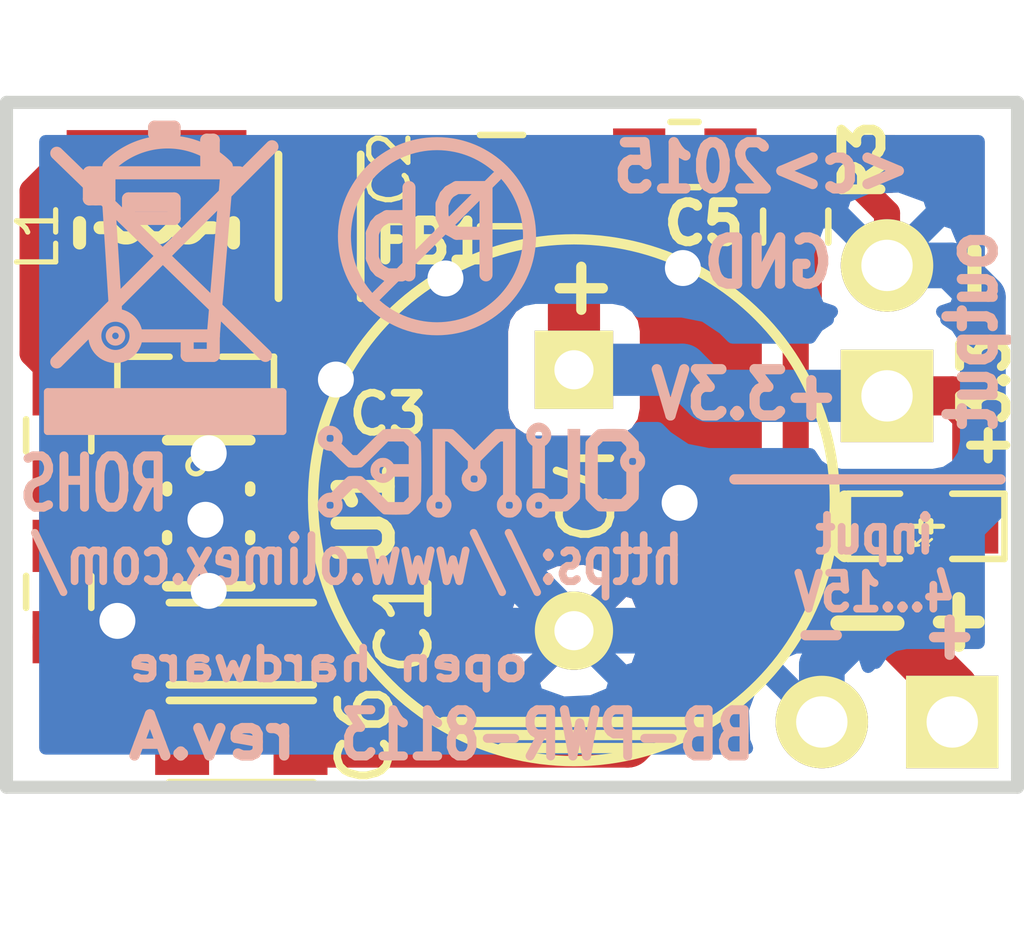
<source format=kicad_pcb>
(kicad_pcb (version 20171130) (host pcbnew "(5.1.12)-1")

  (general
    (thickness 1.6)
    (drawings 21)
    (tracks 81)
    (zones 0)
    (modules 28)
    (nets 9)
  )

  (page A4)
  (layers
    (0 F.Cu signal)
    (31 B.Cu signal)
    (32 B.Adhes user hide)
    (33 F.Adhes user hide)
    (34 B.Paste user hide)
    (35 F.Paste user hide)
    (36 B.SilkS user hide)
    (37 F.SilkS user hide)
    (38 B.Mask user)
    (39 F.Mask user)
    (40 Dwgs.User user hide)
    (41 Cmts.User user)
    (42 Eco1.User user)
    (43 Eco2.User user)
    (44 Edge.Cuts user)
    (45 Margin user)
    (46 B.CrtYd user)
    (47 F.CrtYd user)
    (48 B.Fab user)
    (49 F.Fab user)
  )

  (setup
    (last_trace_width 0.762)
    (trace_clearance 0.2)
    (zone_clearance 0.508)
    (zone_45_only no)
    (trace_min 0.2)
    (via_size 0.6)
    (via_drill 0.4)
    (via_min_size 0.4)
    (via_min_drill 0.3)
    (uvia_size 0.3)
    (uvia_drill 0.1)
    (uvias_allowed no)
    (uvia_min_size 0)
    (uvia_min_drill 0)
    (edge_width 0.1)
    (segment_width 0.2)
    (pcb_text_width 0.3)
    (pcb_text_size 1.5 1.5)
    (mod_edge_width 0.15)
    (mod_text_size 1 1)
    (mod_text_width 0.15)
    (pad_size 1 1)
    (pad_drill 0)
    (pad_to_mask_clearance 0.1)
    (solder_mask_min_width 0.1)
    (aux_axis_origin 0 0)
    (visible_elements 7FFFFFFF)
    (pcbplotparams
      (layerselection 0x00020_00000000)
      (usegerberextensions false)
      (usegerberattributes true)
      (usegerberadvancedattributes true)
      (creategerberjobfile true)
      (excludeedgelayer false)
      (linewidth 0.100000)
      (plotframeref false)
      (viasonmask false)
      (mode 1)
      (useauxorigin false)
      (hpglpennumber 1)
      (hpglpenspeed 20)
      (hpglpendiameter 15.000000)
      (psnegative false)
      (psa4output false)
      (plotreference true)
      (plotvalue false)
      (plotinvisibletext false)
      (padsonsilk false)
      (subtractmaskfromsilk false)
      (outputformat 1)
      (mirror false)
      (drillshape 0)
      (scaleselection 1)
      (outputdirectory ""))
  )

  (net 0 "")
  (net 1 "Net-(C1-Pad1)")
  (net 2 GND)
  (net 3 "Net-(C2-Pad1)")
  (net 4 "Net-(D1-Pad1)")
  (net 5 "Net-(C3-Pad1)")
  (net 6 "Net-(C3-Pad2)")
  (net 7 "Net-(R1-Pad2)")
  (net 8 "Net-(C4-Pad1)")

  (net_class Default "This is the default net class."
    (clearance 0.2)
    (trace_width 0.762)
    (via_dia 0.6)
    (via_drill 0.4)
    (uvia_dia 0.3)
    (uvia_drill 0.1)
    (add_net GND)
    (add_net "Net-(C1-Pad1)")
    (add_net "Net-(C2-Pad1)")
    (add_net "Net-(C3-Pad1)")
    (add_net "Net-(C3-Pad2)")
    (add_net "Net-(C4-Pad1)")
    (add_net "Net-(D1-Pad1)")
    (add_net "Net-(R1-Pad2)")
  )

  (module OLIMEX_Other-FP:via_09_07 (layer F.Cu) (tedit 559A1C4C) (tstamp 55ACD2B8)
    (at 22.352 25.3873)
    (fp_text reference Ref** (at 1.9812 -8.8646) (layer F.SilkS) hide
      (effects (font (size 1 1) (thickness 0.15)))
    )
    (fp_text value Val** (at 0 -0.7874) (layer F.Fab) hide
      (effects (font (size 1 1) (thickness 0.15)))
    )
    (pad 0 thru_hole circle (at 0 0) (size 0.8382 0.8382) (drill 0.7) (layers *.Cu)
      (net 2 GND) (zone_connect 2))
  )

  (module OLIMEX_Other-FP:via_09_07 (layer F.Cu) (tedit 559A1C4C) (tstamp 55ACD2B3)
    (at 22.352 22.7076)
    (fp_text reference Ref** (at 1.9812 -8.8646) (layer F.SilkS) hide
      (effects (font (size 1 1) (thickness 0.15)))
    )
    (fp_text value Val** (at 0 -0.7874) (layer F.Fab) hide
      (effects (font (size 1 1) (thickness 0.15)))
    )
    (pad 0 thru_hole circle (at 0 0) (size 0.8382 0.8382) (drill 0.7) (layers *.Cu)
      (net 2 GND) (zone_connect 2))
  )

  (module OLIMEX_Other-FP:via_09_07 (layer F.Cu) (tedit 559A1C49) (tstamp 55AC97B1)
    (at 31.5214 23.7363)
    (fp_text reference Ref** (at 7.0866 2.6162) (layer F.SilkS) hide
      (effects (font (size 1 1) (thickness 0.15)))
    )
    (fp_text value Val** (at 0 -0.7874) (layer F.Fab) hide
      (effects (font (size 1 1) (thickness 0.15)))
    )
    (pad 0 thru_hole circle (at 0 -0.0635) (size 0.9 0.9) (drill 0.7) (layers *.Cu)
      (net 2 GND) (zone_connect 2))
  )

  (module OLIMEX_Other-FP:via_09_07 (layer F.Cu) (tedit 559A1C49) (tstamp 55AC97AC)
    (at 26.9621 19.3675)
    (fp_text reference Ref** (at 7.0866 2.6162) (layer F.SilkS) hide
      (effects (font (size 1 1) (thickness 0.15)))
    )
    (fp_text value Val** (at 0 -0.7874) (layer F.Fab) hide
      (effects (font (size 1 1) (thickness 0.15)))
    )
    (pad 0 thru_hole circle (at 0 -0.0635) (size 0.9 0.9) (drill 0.7) (layers *.Cu)
      (net 2 GND) (zone_connect 2))
  )

  (module OLIMEX_Other-FP:via_09_07 (layer F.Cu) (tedit 559A1C49) (tstamp 55AC97A7)
    (at 31.5849 19.1643)
    (fp_text reference Ref** (at 7.0866 2.6162) (layer F.SilkS) hide
      (effects (font (size 1 1) (thickness 0.15)))
    )
    (fp_text value Val** (at 0 -0.7874) (layer F.Fab) hide
      (effects (font (size 1 1) (thickness 0.15)))
    )
    (pad 0 thru_hole circle (at 0 -0.0635) (size 0.9 0.9) (drill 0.7) (layers *.Cu)
      (net 2 GND) (zone_connect 2))
  )

  (module OLIMEX_Other-FP:via_09_07 (layer F.Cu) (tedit 559A1C49) (tstamp 55AC9208)
    (at 20.574 26.035)
    (fp_text reference Ref** (at 7.0866 2.6162) (layer F.SilkS) hide
      (effects (font (size 1 1) (thickness 0.15)))
    )
    (fp_text value Val** (at 0 -0.7874) (layer F.Fab) hide
      (effects (font (size 1 1) (thickness 0.15)))
    )
    (pad 0 thru_hole circle (at 0 -0.0635) (size 0.9 0.9) (drill 0.7) (layers *.Cu)
      (net 2 GND) (zone_connect 2))
  )

  (module CPOL_200mils_R10mm (layer F.Cu) (tedit 55AC8C2F) (tstamp 55701DE2)
    (at 29.464 23.622 270)
    (path /55A8FB04)
    (fp_text reference C4 (at -0.127 -0.254 270) (layer F.SilkS)
      (effects (font (size 1 1) (thickness 0.15)))
    )
    (fp_text value "1000uF 6.3V Low ESR" (at 0 -6.35 270) (layer F.Fab)
      (effects (font (size 1 1) (thickness 0.15)))
    )
    (fp_circle (center 0 0) (end -5.08 0) (layer F.SilkS) (width 0.2))
    (fp_line (start 4.572 -2.159) (end 4.572 2.159) (layer F.SilkS) (width 0.2))
    (fp_line (start 4.318 -2.54) (end 4.318 2.54) (layer F.SilkS) (width 0.2))
    (fp_line (start 4.826 -1.53) (end 4.826 1.4) (layer F.SilkS) (width 0.2))
    (fp_text user + (at -4.1275 -0.0635 270) (layer F.SilkS)
      (effects (font (size 1.1 1.1) (thickness 0.2)))
    )
    (pad 1 thru_hole rect (at -2.54 0 270) (size 1.524 1.524) (drill 0.762) (layers *.Cu *.Mask F.SilkS)
      (net 8 "Net-(C4-Pad1)"))
    (pad 2 thru_hole circle (at 2.54 0 270) (size 1.524 1.524) (drill 0.762) (layers *.Cu *.Mask F.SilkS)
      (net 2 GND))
  )

  (module OLIMEX_Jumpers-FP:HN1x2_Jumper (layer F.Cu) (tedit 55714090) (tstamp 55701DF4)
    (at 35.56 20.32 90)
    (descr SIP4)
    (tags SIP4)
    (path /5570147E)
    (fp_text reference P2 (at -0.127 2.794 90) (layer F.SilkS) hide
      (effects (font (size 1 1) (thickness 0.25)))
    )
    (fp_text value HN1x2 (at 0.4064 2.7686 90) (layer F.Fab) hide
      (effects (font (size 1.1 1.1) (thickness 0.254)))
    )
    (pad 1 thru_hole rect (at -1.27 0 180) (size 1.8 1.8) (drill 1) (layers *.Cu *.Mask F.SilkS)
      (net 8 "Net-(C4-Pad1)") (solder_mask_margin 0.0508) (solder_paste_margin -0.0508))
    (pad 2 thru_hole circle (at 1.27 0 180) (size 1.8 1.8) (drill 1) (layers *.Cu *.Mask F.SilkS)
      (net 2 GND) (solder_mask_margin 0.0508) (solder_paste_margin -0.0508))
    (model Housings_SIP/SIP9_Housing.wrl
      (at (xyz 0 0 0))
      (scale (xyz 0.3937 0.3937 0.3937))
      (rotate (xyz 0 0 0))
    )
  )

  (module OLIMEX_Jumpers-FP:HN1x2_Jumper locked (layer F.Cu) (tedit 55714083) (tstamp 55701DEE)
    (at 35.56 27.94 180)
    (descr SIP4)
    (tags SIP4)
    (path /55700F41)
    (fp_text reference P1 (at 0 -2.54 180) (layer F.SilkS) hide
      (effects (font (size 1 1) (thickness 0.25)))
    )
    (fp_text value HN1x2 (at 0.4064 2.7686 180) (layer F.Fab) hide
      (effects (font (size 1.1 1.1) (thickness 0.254)))
    )
    (pad 1 thru_hole rect (at -1.27 0 270) (size 1.8 1.8) (drill 1) (layers *.Cu *.Mask F.SilkS)
      (net 1 "Net-(C1-Pad1)") (solder_mask_margin 0.0508) (solder_paste_margin -0.0508))
    (pad 2 thru_hole circle (at 1.27 0 270) (size 1.8 1.8) (drill 1) (layers *.Cu *.Mask F.SilkS)
      (net 2 GND) (solder_mask_margin 0.0508) (solder_paste_margin -0.0508))
    (model Housings_SIP/SIP9_Housing.wrl
      (at (xyz 0 0 0))
      (scale (xyz 0.3937 0.3937 0.3937))
      (rotate (xyz 0 0 0))
    )
  )

  (module OLIMEX_LEDs-FP:LED_0603_KA (layer F.Cu) (tedit 55AC87B4) (tstamp 557081AD)
    (at 36.322 24.13 180)
    (descr CCCCC)
    (tags "resistor 0603")
    (path /557024F3)
    (attr smd)
    (fp_text reference D1 (at 0.127 -3.302 180) (layer F.SilkS) hide
      (effects (font (size 1.1 1.1) (thickness 0.254)))
    )
    (fp_text value LED_RED_0603 (at 0 3.048 180) (layer F.Fab) hide
      (effects (font (size 1 1) (thickness 0.15)))
    )
    (fp_line (start -1.524 -0.635) (end -0.508 -0.635) (layer F.SilkS) (width 0.127))
    (fp_line (start -1.524 0.635) (end -0.508 0.635) (layer F.SilkS) (width 0.127))
    (fp_line (start -1.524 -0.635) (end -1.524 0.635) (layer F.SilkS) (width 0.127))
    (fp_line (start 1.524 0.635) (end 0.508 0.635) (layer F.SilkS) (width 0.127))
    (fp_line (start 1.524 -0.635) (end 1.524 0.635) (layer F.SilkS) (width 0.127))
    (fp_line (start 0.508 -0.635) (end 1.524 -0.635) (layer F.SilkS) (width 0.127))
    (fp_line (start -0.32 0) (end 0.26 0) (layer F.SilkS) (width 0.1))
    (fp_line (start -0.09 -0.11) (end -0.09 0.11) (layer F.SilkS) (width 0.1))
    (fp_line (start -0.09 -0.11) (end 0.02 -0.01) (layer F.SilkS) (width 0.1))
    (fp_line (start -0.09 0.11) (end 0.01 0.01) (layer F.SilkS) (width 0.1))
    (fp_line (start 0.1 -0.11) (end 0.1 0.11) (layer F.SilkS) (width 0.1))
    (fp_line (start -0.11 -0.25) (end 0.02 -0.36) (layer F.SilkS) (width 0.05))
    (fp_line (start 0.03 -0.38) (end -0.05 -0.37) (layer F.SilkS) (width 0.05))
    (fp_line (start 0.03 -0.38) (end 0.03 -0.3) (layer F.SilkS) (width 0.05))
    (fp_line (start 0.22 -0.38) (end 0.22 -0.3) (layer F.SilkS) (width 0.05))
    (fp_line (start 0.22 -0.38) (end 0.14 -0.37) (layer F.SilkS) (width 0.05))
    (fp_line (start 0.08 -0.25) (end 0.21 -0.36) (layer F.SilkS) (width 0.05))
    (fp_line (start 1.5875 -0.5715) (end 1.7399 -0.4445) (layer F.SilkS) (width 0.254))
    (fp_line (start 1.5875 0.5715) (end 1.7272 0.4445) (layer F.SilkS) (width 0.254))
    (fp_line (start 1.7399 -0.4191) (end 1.7399 0.4064) (layer F.SilkS) (width 0.254))
    (fp_line (start 1.6129 -0.4445) (end 1.6129 0.3556) (layer F.SilkS) (width 0.254))
    (pad 2 smd rect (at -0.889 0 180) (size 1.03 1.06) (layers F.Cu F.Paste F.Mask)
      (net 8 "Net-(C4-Pad1)"))
    (pad 1 smd rect (at 0.889 0 180) (size 1.03 1.06) (layers F.Cu F.Paste F.Mask)
      (net 4 "Net-(D1-Pad1)"))
    (model Resistors_SMD/R_0603.wrl
      (at (xyz 0 0 0))
      (scale (xyz 1 1 1))
      (rotate (xyz 0 0 0))
    )
  )

  (module kicad_wrk:C_0603 (layer F.Cu) (tedit 55ACA500) (tstamp 55701DDC)
    (at 22.098 21.463 180)
    (descr "Resistor SMD 0603, reflow soldering, Vishay (see dcrcw.pdf)")
    (tags "resistor 0603")
    (path /5571551A)
    (attr smd)
    (fp_text reference C3 (at -3.7465 -0.4826 180) (layer F.SilkS)
      (effects (font (size 0.762 0.762) (thickness 0.15)))
    )
    (fp_text value 100nF (at -0.254 13.081 180) (layer F.SilkS) hide
      (effects (font (size 1 1) (thickness 0.15)))
    )
    (fp_line (start -1.524 -0.635) (end -0.508 -0.635) (layer F.SilkS) (width 0.127))
    (fp_line (start -1.524 0.635) (end -0.508 0.635) (layer F.SilkS) (width 0.127))
    (fp_line (start -1.524 -0.635) (end -1.524 0.635) (layer F.SilkS) (width 0.127))
    (fp_line (start 1.524 0.635) (end 0.508 0.635) (layer F.SilkS) (width 0.127))
    (fp_line (start 1.524 -0.635) (end 1.524 0.635) (layer F.SilkS) (width 0.127))
    (fp_line (start 0.508 -0.635) (end 1.524 -0.635) (layer F.SilkS) (width 0.127))
    (pad 1 smd rect (at -0.889 0 180) (size 1.016 1.016) (layers F.Cu F.Paste F.Mask)
      (net 5 "Net-(C3-Pad1)"))
    (pad 2 smd rect (at 0.889 0 180) (size 1.016 1.016) (layers F.Cu F.Paste F.Mask)
      (net 6 "Net-(C3-Pad2)"))
    (model Resistors_SMD/R_0603.wrl
      (at (xyz 0 0 0))
      (scale (xyz 1 1 1))
      (rotate (xyz 0 0 0))
    )
  )

  (module OLIMEX_RLC-FP:CD32 (layer F.Cu) (tedit 55ACA558) (tstamp 55701DE8)
    (at 21.336 18.415 90)
    (descr "ROTATED COUNTERCLOCKWISE 90")
    (tags "ROTATED COUNTERCLOCKWISE 90")
    (path /557011F1)
    (attr smd)
    (fp_text reference L1 (at -0.0762 -2.3114 270) (layer F.SilkS)
      (effects (font (size 0.762 0.762) (thickness 0.1016)))
    )
    (fp_text value 4.7uH/1.5A/JCR<0.1R/CD32 (at -7.747 0.127 180) (layer F.Fab) hide
      (effects (font (size 0.5 0.5) (thickness 0.125)))
    )
    (fp_line (start 0.09906 -0.89916) (end 0.09906 -1.09982) (layer F.SilkS) (width 0.254))
    (fp_line (start -0.04064 -0.75692) (end 0.09906 -0.89916) (layer F.SilkS) (width 0.254))
    (fp_line (start -0.09906 -0.58166) (end -0.09906 -0.61468) (layer F.SilkS) (width 0.254))
    (fp_line (start 0.09906 -0.29972) (end -0.04064 -0.43942) (layer F.SilkS) (width 0.254))
    (fp_line (start -0.04064 -0.15748) (end 0.09906 -0.29972) (layer F.SilkS) (width 0.254))
    (fp_line (start -0.09906 0.01524) (end -0.09906 -0.01524) (layer F.SilkS) (width 0.254))
    (fp_line (start 0.09906 0.29972) (end -0.04064 0.15748) (layer F.SilkS) (width 0.254))
    (fp_line (start -0.04064 0.43942) (end 0.09906 0.29972) (layer F.SilkS) (width 0.254))
    (fp_line (start -0.09906 0.61468) (end -0.09906 0.58166) (layer F.SilkS) (width 0.254))
    (fp_line (start 0.09906 0.89916) (end -0.04064 0.75692) (layer F.SilkS) (width 0.254))
    (fp_line (start 0.09906 1.09982) (end 0.09906 0.89916) (layer F.SilkS) (width 0.254))
    (fp_line (start 0.19812 -1.4986) (end -0.19812 -1.4986) (layer F.SilkS) (width 0.254))
    (fp_line (start 0.19812 1.4986) (end -0.19812 1.4986) (layer F.SilkS) (width 0.254))
    (fp_arc (start 0.09906 0.61468) (end -0.04064 0.75692) (angle 44.9) (layer F.SilkS) (width 0.254))
    (fp_arc (start 0.09906 0.58166) (end -0.09906 0.58166) (angle 44.9) (layer F.SilkS) (width 0.254))
    (fp_arc (start 0.09906 0.01524) (end -0.04064 0.15748) (angle 44.9) (layer F.SilkS) (width 0.254))
    (fp_arc (start 0.09906 -0.01524) (end -0.09906 -0.01524) (angle 44.9) (layer F.SilkS) (width 0.254))
    (fp_arc (start 0.09906 -0.58166) (end -0.04064 -0.43942) (angle 44.9) (layer F.SilkS) (width 0.254))
    (fp_arc (start 0.09906 -0.61468) (end -0.09906 -0.61468) (angle 44.9) (layer F.SilkS) (width 0.254))
    (pad 1 smd rect (at -1.2 0 180) (size 3.5 1.6) (layers F.Cu F.Paste F.Mask)
      (net 5 "Net-(C3-Pad1)") (solder_mask_margin 0.0508) (solder_paste_margin -0.0508) (clearance 0.0508))
    (pad 2 smd rect (at 1.2 0 180) (size 3.5 1.6) (layers F.Cu F.Paste F.Mask)
      (net 3 "Net-(C2-Pad1)") (solder_mask_margin 0.0508) (solder_paste_margin -0.0508) (clearance 0.0508))
  )

  (module OLIMEX_RLC-FP:R_0603_DWS (layer F.Cu) (tedit 559A1C39) (tstamp 55701DFA)
    (at 19.431 22.352 270)
    (descr "Resistor SMD 0603, reflow soldering, Vishay (see dcrcw.pdf)")
    (tags "resistor 0603")
    (path /5570124B)
    (attr smd)
    (fp_text reference R1 (at -0.0508 0.0762 270) (layer F.SilkS) hide
      (effects (font (size 1.1 1.1) (thickness 0.254)))
    )
    (fp_text value "100K 1%" (at 0 12.573 270) (layer F.Fab) hide
      (effects (font (size 1 1) (thickness 0.15)))
    )
    (fp_line (start -1.524 -0.635) (end -0.508 -0.635) (layer Dwgs.User) (width 0.127))
    (fp_line (start -1.524 0.635) (end -0.508 0.635) (layer Dwgs.User) (width 0.127))
    (fp_line (start -1.524 -0.635) (end -1.524 0.635) (layer Dwgs.User) (width 0.127))
    (fp_line (start 1.524 0.635) (end 0.508 0.635) (layer Dwgs.User) (width 0.127))
    (fp_line (start 1.524 -0.635) (end 1.524 0.635) (layer Dwgs.User) (width 0.127))
    (fp_line (start 0.508 -0.635) (end 1.524 -0.635) (layer Dwgs.User) (width 0.127))
    (fp_line (start -0.3048 -0.635) (end 0.3175 -0.635) (layer F.SilkS) (width 0.127))
    (fp_line (start -0.3048 0.635) (end 0.3175 0.635) (layer F.SilkS) (width 0.127))
    (pad 1 smd rect (at -0.889 0 270) (size 1.016 1.016) (layers F.Cu F.Paste F.Mask)
      (net 3 "Net-(C2-Pad1)") (solder_mask_margin 0.0508) (solder_paste_margin -0.0508) (clearance 0.0508))
    (pad 2 smd rect (at 0.889 0 270) (size 1.016 1.016) (layers F.Cu F.Paste F.Mask)
      (net 7 "Net-(R1-Pad2)") (solder_mask_margin 0.0508) (solder_paste_margin -0.0508) (clearance 0.0508))
    (model Resistors_SMD/R_0603.wrl
      (at (xyz 0 0 0))
      (scale (xyz 1 1 1))
      (rotate (xyz 0 0 0))
    )
  )

  (module OLIMEX_RLC-FP:R_0603_DWS (layer F.Cu) (tedit 55AC8FA4) (tstamp 55701E00)
    (at 19.431 25.4 270)
    (descr "Resistor SMD 0603, reflow soldering, Vishay (see dcrcw.pdf)")
    (tags "resistor 0603")
    (path /5570126C)
    (attr smd)
    (fp_text reference R2 (at 0 0 270) (layer F.SilkS) hide
      (effects (font (size 1.1 1.1) (thickness 0.254)))
    )
    (fp_text value "22.1K 1%" (at 0.635 -7.493 270) (layer F.Fab) hide
      (effects (font (size 1 1) (thickness 0.15)))
    )
    (fp_line (start -1.524 -0.635) (end -0.508 -0.635) (layer Dwgs.User) (width 0.127))
    (fp_line (start -1.524 0.635) (end -0.508 0.635) (layer Dwgs.User) (width 0.127))
    (fp_line (start -1.524 -0.635) (end -1.524 0.635) (layer Dwgs.User) (width 0.127))
    (fp_line (start 1.524 0.635) (end 0.508 0.635) (layer Dwgs.User) (width 0.127))
    (fp_line (start 1.524 -0.635) (end 1.524 0.635) (layer Dwgs.User) (width 0.127))
    (fp_line (start 0.508 -0.635) (end 1.524 -0.635) (layer Dwgs.User) (width 0.127))
    (fp_line (start -0.3048 -0.635) (end 0.3175 -0.635) (layer F.SilkS) (width 0.127))
    (fp_line (start -0.3048 0.635) (end 0.3175 0.635) (layer F.SilkS) (width 0.127))
    (pad 1 smd rect (at -0.889 0 270) (size 1.016 1.016) (layers F.Cu F.Paste F.Mask)
      (net 7 "Net-(R1-Pad2)") (solder_mask_margin 0.0508) (solder_paste_margin -0.0508) (clearance 0.0508))
    (pad 2 smd rect (at 0.889 0 270) (size 1.016 1.016) (layers F.Cu F.Paste F.Mask)
      (net 2 GND) (solder_mask_margin 0.0508) (solder_paste_margin -0.0508) (clearance 0.0508))
    (model Resistors_SMD/R_0603.wrl
      (at (xyz 0 0 0))
      (scale (xyz 1 1 1))
      (rotate (xyz 0 0 0))
    )
  )

  (module OLIMEX_RLC-FP:R_0603_DWS (layer F.Cu) (tedit 55ACA49D) (tstamp 557081BB)
    (at 33.782 18.288 270)
    (descr "Resistor SMD 0603, reflow soldering, Vishay (see dcrcw.pdf)")
    (tags "resistor 0603")
    (path /5570251F)
    (attr smd)
    (fp_text reference R3 (at -1.2827 -1.3081 270) (layer F.SilkS)
      (effects (font (size 0.762 0.762) (thickness 0.1905)))
    )
    (fp_text value 2.2K (at -0.127 -3.937 270) (layer F.Fab) hide
      (effects (font (size 1 1) (thickness 0.15)))
    )
    (fp_line (start -1.524 -0.635) (end -0.508 -0.635) (layer Dwgs.User) (width 0.127))
    (fp_line (start -1.524 0.635) (end -0.508 0.635) (layer Dwgs.User) (width 0.127))
    (fp_line (start -1.524 -0.635) (end -1.524 0.635) (layer Dwgs.User) (width 0.127))
    (fp_line (start 1.524 0.635) (end 0.508 0.635) (layer Dwgs.User) (width 0.127))
    (fp_line (start 1.524 -0.635) (end 1.524 0.635) (layer Dwgs.User) (width 0.127))
    (fp_line (start 0.508 -0.635) (end 1.524 -0.635) (layer Dwgs.User) (width 0.127))
    (fp_line (start -0.3048 -0.635) (end 0.3175 -0.635) (layer F.SilkS) (width 0.127))
    (fp_line (start -0.3048 0.635) (end 0.3175 0.635) (layer F.SilkS) (width 0.127))
    (pad 1 smd rect (at -0.889 0 270) (size 1.016 1.016) (layers F.Cu F.Paste F.Mask)
      (net 2 GND) (solder_mask_margin 0.0508) (solder_paste_margin -0.0508) (clearance 0.0508))
    (pad 2 smd rect (at 0.889 0 270) (size 1.016 1.016) (layers F.Cu F.Paste F.Mask)
      (net 4 "Net-(D1-Pad1)") (solder_mask_margin 0.0508) (solder_paste_margin -0.0508) (clearance 0.0508))
    (model Resistors_SMD/R_0603.wrl
      (at (xyz 0 0 0))
      (scale (xyz 1 1 1))
      (rotate (xyz 0 0 0))
    )
  )

  (module OLIMEX_Other-FP:via_09_07 (layer F.Cu) (tedit 559A1C4C) (tstamp 5570B846)
    (at 22.2885 24.003)
    (fp_text reference Ref** (at 1.9812 -8.8646) (layer F.SilkS) hide
      (effects (font (size 1 1) (thickness 0.15)))
    )
    (fp_text value Val** (at 0 -0.7874) (layer F.Fab) hide
      (effects (font (size 1 1) (thickness 0.15)))
    )
    (pad 0 thru_hole circle (at 0 0) (size 0.8382 0.8382) (drill 0.7) (layers *.Cu)
      (net 2 GND) (zone_connect 2))
  )

  (module OLIMEX_Other-FP:via_09_07 (layer F.Cu) (tedit 559A1C49) (tstamp 5570B89F)
    (at 24.8285 21.336)
    (fp_text reference Ref** (at 7.0866 2.6162) (layer F.SilkS) hide
      (effects (font (size 1 1) (thickness 0.15)))
    )
    (fp_text value Val** (at 0 -0.7874) (layer F.Fab) hide
      (effects (font (size 1 1) (thickness 0.15)))
    )
    (pad 0 thru_hole circle (at 0 -0.0635) (size 0.9 0.9) (drill 0.7) (layers *.Cu)
      (net 2 GND) (zone_connect 2))
  )

  (module OLIMEX_LOGOs-FP:LOGO_OLIMEX_80 (layer B.Cu) (tedit 550FAFDC) (tstamp 5570E85A)
    (at 27.6606 23.0378 180)
    (fp_text reference "" (at 0 0 180) (layer B.SilkS) hide
      (effects (font (size 1.524 1.524) (thickness 0.3)) (justify mirror))
    )
    (fp_text value "" (at 0.75 0 180) (layer B.SilkS) hide
      (effects (font (size 1.524 1.524) (thickness 0.3)) (justify mirror))
    )
    (fp_poly (pts (xy -0.877027 0.677084) (xy -0.884353 0.623998) (xy -0.90512 0.572934) (xy -0.923467 0.545138)
      (xy -0.943238 0.522204) (xy -0.964684 0.501389) (xy -0.972909 0.494705) (xy -0.9978 0.47625)
      (xy -0.99801 0.062865) (xy -0.99822 -0.35052) (xy -1.04394 -0.35052) (xy -1.04394 0.68199)
      (xy -1.047007 0.716185) (xy -1.057575 0.738242) (xy -1.077698 0.750257) (xy -1.109429 0.754325)
      (xy -1.114874 0.75438) (xy -1.140529 0.752605) (xy -1.161358 0.748072) (xy -1.168632 0.744651)
      (xy -1.181853 0.726655) (xy -1.188833 0.700109) (xy -1.189563 0.670333) (xy -1.184032 0.64265)
      (xy -1.172232 0.622383) (xy -1.168862 0.619497) (xy -1.148757 0.611714) (xy -1.121251 0.609164)
      (xy -1.09248 0.611551) (xy -1.06858 0.618574) (xy -1.05918 0.62484) (xy -1.049325 0.639524)
      (xy -1.044725 0.660981) (xy -1.04394 0.68199) (xy -1.04394 -0.35052) (xy -1.11633 -0.35052)
      (xy -1.23444 -0.35052) (xy -1.234462 0.062865) (xy -1.234484 0.47625) (xy -1.257799 0.49149)
      (xy -1.280587 0.511148) (xy -1.305268 0.539897) (xy -1.32799 0.572712) (xy -1.344904 0.604568)
      (xy -1.345451 0.605862) (xy -1.355908 0.647135) (xy -1.357114 0.694301) (xy -1.34936 0.741375)
      (xy -1.337265 0.774204) (xy -1.306381 0.82234) (xy -1.264933 0.865293) (xy -1.217559 0.898391)
      (xy -1.210243 0.902209) (xy -1.160723 0.918858) (xy -1.107247 0.923004) (xy -1.054573 0.914645)
      (xy -1.022417 0.902209) (xy -0.970933 0.869287) (xy -0.930093 0.828295) (xy -0.900456 0.781252)
      (xy -0.882581 0.730175) (xy -0.877027 0.677084)) (layer B.SilkS) (width 0.009))
    (fp_poly (pts (xy -2.025681 -0.010469) (xy -2.025804 -0.091315) (xy -2.026172 -0.170484) (xy -2.026785 -0.246439)
      (xy -2.027644 -0.317645) (xy -2.028749 -0.382565) (xy -2.0301 -0.439665) (xy -2.031699 -0.487407)
      (xy -2.033545 -0.524258) (xy -2.035639 -0.54868) (xy -2.037564 -0.55841) (xy -2.046923 -0.572554)
      (xy -2.065292 -0.594533) (xy -2.090489 -0.622183) (xy -2.120328 -0.653335) (xy -2.152626 -0.685824)
      (xy -2.185198 -0.717484) (xy -2.215862 -0.746148) (xy -2.242432 -0.76965) (xy -2.262726 -0.785824)
      (xy -2.26314 -0.786073) (xy -2.26314 -0.46907) (xy -2.26314 -0.004221) (xy -2.26314 0.460628)
      (xy -2.314371 0.512254) (xy -2.365601 0.56388) (xy -2.544684 0.56388) (xy -2.723768 0.56388)
      (xy -2.775394 0.512649) (xy -2.799286 0.488642) (xy -2.814364 0.471679) (xy -2.822656 0.458094)
      (xy -2.826188 0.44422) (xy -2.826988 0.426391) (xy -2.826998 0.419304) (xy -2.826183 0.394307)
      (xy -2.822334 0.379224) (xy -2.813293 0.368757) (xy -2.803661 0.36195) (xy -2.778993 0.340557)
      (xy -2.753557 0.309955) (xy -2.731257 0.275439) (xy -2.71648 0.243698) (xy -2.7056 0.190908)
      (xy -2.708404 0.136674) (xy -2.723955 0.083848) (xy -2.751316 0.035283) (xy -2.789551 -0.006166)
      (xy -2.801709 -0.015835) (xy -2.8266 -0.03429) (xy -2.82681 -0.247459) (xy -2.82702 -0.460627)
      (xy -2.775789 -0.512254) (xy -2.724559 -0.56388) (xy -2.541679 -0.56388) (xy -2.3588 -0.56388)
      (xy -2.31097 -0.516475) (xy -2.26314 -0.46907) (xy -2.26314 -0.786073) (xy -2.273161 -0.792102)
      (xy -2.28819 -0.794766) (xy -2.316033 -0.796904) (xy -2.354405 -0.798531) (xy -2.401022 -0.79966)
      (xy -2.4536 -0.800304) (xy -2.509856 -0.800478) (xy -2.567503 -0.800195) (xy -2.62426 -0.79947)
      (xy -2.67784 -0.798314) (xy -2.725961 -0.796743) (xy -2.766337 -0.79477) (xy -2.796686 -0.792409)
      (xy -2.814721 -0.789672) (xy -2.817252 -0.788842) (xy -2.832298 -0.779161) (xy -2.85525 -0.760578)
      (xy -2.87274 -0.745121) (xy -2.87274 0.17145) (xy -2.875807 0.205645) (xy -2.886375 0.227702)
      (xy -2.906498 0.239717) (xy -2.938229 0.243785) (xy -2.943674 0.24384) (xy -2.969329 0.242065)
      (xy -2.990158 0.237532) (xy -2.997432 0.234111) (xy -3.010653 0.216115) (xy -3.017633 0.189569)
      (xy -3.018363 0.159793) (xy -3.012832 0.13211) (xy -3.001032 0.111843) (xy -2.997662 0.108957)
      (xy -2.977557 0.101174) (xy -2.950051 0.098624) (xy -2.92128 0.101011) (xy -2.89738 0.108034)
      (xy -2.88798 0.1143) (xy -2.878125 0.128984) (xy -2.873525 0.150441) (xy -2.87274 0.17145)
      (xy -2.87274 -0.745121) (xy -2.883858 -0.735295) (xy -2.915873 -0.705509) (xy -2.949047 -0.673423)
      (xy -2.981128 -0.641234) (xy -3.009869 -0.611144) (xy -3.03302 -0.585352) (xy -3.048331 -0.566058)
      (xy -3.052864 -0.55841) (xy -3.055891 -0.547799) (xy -3.058313 -0.530833) (xy -3.060185 -0.506081)
      (xy -3.061561 -0.472113) (xy -3.062495 -0.427498) (xy -3.063042 -0.370806) (xy -3.063254 -0.300605)
      (xy -3.063262 -0.28409) (xy -3.063284 -0.03429) (xy -3.086599 -0.01905) (xy -3.109387 0.000608)
      (xy -3.134068 0.029357) (xy -3.15679 0.062172) (xy -3.173704 0.094028) (xy -3.174251 0.095322)
      (xy -3.182502 0.127227) (xy -3.185645 0.166704) (xy -3.183683 0.206965) (xy -3.176614 0.241225)
      (xy -3.174251 0.247578) (xy -3.15768 0.279277) (xy -3.135131 0.312155) (xy -3.110456 0.341187)
      (xy -3.087504 0.361348) (xy -3.086599 0.36195) (xy -3.063284 0.37719) (xy -3.063262 0.450989)
      (xy -3.062435 0.485581) (xy -3.060239 0.516613) (xy -3.057065 0.539411) (xy -3.055244 0.546239)
      (xy -3.046782 0.559575) (xy -3.029189 0.581051) (xy -3.004585 0.608527) (xy -2.975092 0.639868)
      (xy -2.942832 0.672933) (xy -2.909924 0.705586) (xy -2.878492 0.735688) (xy -2.850656 0.761101)
      (xy -2.828538 0.779687) (xy -2.814258 0.789308) (xy -2.81393 0.789455) (xy -2.798663 0.792683)
      (xy -2.77048 0.795387) (xy -2.731695 0.797566) (xy -2.684623 0.799218) (xy -2.631579 0.800344)
      (xy -2.574877 0.800941) (xy -2.516833 0.801009) (xy -2.45976 0.800546) (xy -2.405974 0.799552)
      (xy -2.35779 0.798024) (xy -2.317521 0.795962) (xy -2.287483 0.793365) (xy -2.269991 0.790232)
      (xy -2.26861 0.789724) (xy -2.253989 0.780108) (xy -2.231595 0.761237) (xy -2.203632 0.735376)
      (xy -2.172302 0.704789) (xy -2.139808 0.671743) (xy -2.108354 0.638502) (xy -2.080142 0.607333)
      (xy -2.057375 0.580501) (xy -2.042257 0.560271) (xy -2.037844 0.552415) (xy -2.035538 0.539256)
      (xy -2.033473 0.512417) (xy -2.03165 0.473435) (xy -2.030069 0.423844) (xy -2.028729 0.365181)
      (xy -2.027633 0.298981) (xy -2.026779 0.226781) (xy -2.026169 0.150115) (xy -2.025803 0.07052)
      (xy -2.025681 -0.010469)) (layer B.SilkS) (width 0.009))
    (fp_poly (pts (xy 3.182302 -0.672094) (xy 3.180114 -0.720273) (xy 3.170154 -0.763558) (xy 3.164205 -0.777742)
      (xy 3.140667 -0.814381) (xy 3.107921 -0.850932) (xy 3.07102 -0.88235) (xy 3.040882 -0.9009)
      (xy 3.01752 -0.908751) (xy 3.01752 -0.68199) (xy 3.014454 -0.647795) (xy 3.003885 -0.625738)
      (xy 2.983762 -0.613723) (xy 2.952031 -0.609655) (xy 2.946586 -0.6096) (xy 2.920931 -0.611375)
      (xy 2.900102 -0.615908) (xy 2.892828 -0.619329) (xy 2.879607 -0.637325) (xy 2.872627 -0.663871)
      (xy 2.871897 -0.693647) (xy 2.877428 -0.72133) (xy 2.889228 -0.741597) (xy 2.892597 -0.744483)
      (xy 2.912703 -0.752266) (xy 2.940209 -0.754816) (xy 2.96898 -0.752429) (xy 2.99288 -0.745406)
      (xy 3.00228 -0.73914) (xy 3.012135 -0.724456) (xy 3.016735 -0.702999) (xy 3.01752 -0.68199)
      (xy 3.01752 -0.908751) (xy 3.005252 -0.912874) (xy 2.962496 -0.91929) (xy 2.918877 -0.919784)
      (xy 2.880657 -0.913993) (xy 2.870634 -0.91077) (xy 2.820767 -0.884326) (xy 2.775409 -0.846044)
      (xy 2.73796 -0.799288) (xy 2.715783 -0.757577) (xy 2.707614 -0.725803) (xy 2.704589 -0.686414)
      (xy 2.706685 -0.646131) (xy 2.713879 -0.611675) (xy 2.716314 -0.605133) (xy 2.72848 -0.576015)
      (xy 2.61592 -0.463267) (xy 2.503361 -0.35052) (xy 2.461311 -0.35052) (xy 2.419261 -0.35052)
      (xy 2.175465 -0.595123) (xy 2.124437 -0.646019) (xy 2.075963 -0.693788) (xy 2.031248 -0.737287)
      (xy 1.991496 -0.775369) (xy 1.957911 -0.806888) (xy 1.931696 -0.830701) (xy 1.914057 -0.84566)
      (xy 1.90715 -0.850393) (xy 1.891417 -0.853808) (xy 1.862922 -0.856628) (xy 1.824134 -0.858854)
      (xy 1.777518 -0.860484) (xy 1.725543 -0.861516) (xy 1.670675 -0.861948) (xy 1.615381 -0.86178)
      (xy 1.562129 -0.861009) (xy 1.513386 -0.859635) (xy 1.471618 -0.857655) (xy 1.439294 -0.855069)
      (xy 1.41888 -0.851874) (xy 1.41517 -0.850684) (xy 1.400549 -0.841068) (xy 1.378155 -0.822197)
      (xy 1.350192 -0.796336) (xy 1.318862 -0.765749) (xy 1.286368 -0.732703) (xy 1.254914 -0.699462)
      (xy 1.226702 -0.668293) (xy 1.203935 -0.641461) (xy 1.188817 -0.621231) (xy 1.184404 -0.613375)
      (xy 1.182119 -0.600253) (xy 1.18007 -0.573392) (xy 1.178257 -0.534292) (xy 1.176681 -0.484453)
      (xy 1.175342 -0.425374) (xy 1.174239 -0.358556) (xy 1.173373 -0.285497) (xy 1.172744 -0.207698)
      (xy 1.172351 -0.126658) (xy 1.172194 -0.043877) (xy 1.172275 0.039146) (xy 1.172591 0.120911)
      (xy 1.173145 0.199918) (xy 1.173935 0.274667) (xy 1.174961 0.34366) (xy 1.176224 0.405396)
      (xy 1.177724 0.458375) (xy 1.17946 0.501099) (xy 1.181433 0.532067) (xy 1.183642 0.549779)
      (xy 1.184404 0.552415) (xy 1.19404 0.567744) (xy 1.212609 0.590998) (xy 1.23791 0.619911)
      (xy 1.267739 0.652217) (xy 1.299894 0.685652) (xy 1.332171 0.71795) (xy 1.362367 0.746845)
      (xy 1.38828 0.770072) (xy 1.407706 0.785365) (xy 1.41517 0.789724) (xy 1.431101 0.793119)
      (xy 1.459757 0.795907) (xy 1.498674 0.798087) (xy 1.545382 0.799661) (xy 1.597415 0.800631)
      (xy 1.652307 0.800999) (xy 1.707589 0.800765) (xy 1.760794 0.799932) (xy 1.809456 0.7985)
      (xy 1.851107 0.796471) (xy 1.883281 0.793847) (xy 1.903509 0.790628) (xy 1.90715 0.789433)
      (xy 1.917514 0.781921) (xy 1.937362 0.764691) (xy 1.96549 0.738888) (xy 2.000695 0.705657)
      (xy 2.041772 0.666145) (xy 2.087517 0.621496) (xy 2.136727 0.572856) (xy 2.175465 0.534163)
      (xy 2.419261 0.28956) (xy 2.461311 0.28956) (xy 2.503361 0.28956) (xy 2.61592 0.402308)
      (xy 2.72848 0.515055) (xy 2.716314 0.544173) (xy 2.705577 0.586339) (xy 2.704378 0.63419)
      (xy 2.71244 0.681756) (xy 2.724195 0.713244) (xy 2.755079 0.76138) (xy 2.796527 0.804333)
      (xy 2.843901 0.837431) (xy 2.851217 0.841249) (xy 2.900737 0.857898) (xy 2.954213 0.862044)
      (xy 3.006887 0.853685) (xy 3.039043 0.841249) (xy 3.083471 0.812703) (xy 3.123961 0.774877)
      (xy 3.155706 0.732516) (xy 3.163452 0.718337) (xy 3.173498 0.694074) (xy 3.179052 0.668741)
      (xy 3.181201 0.636441) (xy 3.18135 0.62103) (xy 3.177866 0.571049) (xy 3.166083 0.529556)
      (xy 3.144006 0.491811) (xy 3.111366 0.454794) (xy 3.064104 0.416187) (xy 3.01752 0.393966)
      (xy 3.01752 0.62103) (xy 3.014454 0.655225) (xy 3.003885 0.677282) (xy 2.983762 0.689297)
      (xy 2.952031 0.693365) (xy 2.946586 0.69342) (xy 2.920931 0.691645) (xy 2.900102 0.687112)
      (xy 2.892828 0.683691) (xy 2.879607 0.665695) (xy 2.872627 0.639149) (xy 2.871897 0.609373)
      (xy 2.877428 0.58169) (xy 2.889228 0.561423) (xy 2.892597 0.558537) (xy 2.912703 0.550754)
      (xy 2.940209 0.548204) (xy 2.96898 0.550591) (xy 2.99288 0.557614) (xy 3.00228 0.56388)
      (xy 3.012135 0.578564) (xy 3.016735 0.600021) (xy 3.01752 0.62103) (xy 3.01752 0.393966)
      (xy 3.013808 0.392195) (xy 2.964594 0.382654) (xy 2.92227 0.379491) (xy 2.76606 0.2244)
      (xy 2.725079 0.184164) (xy 2.686617 0.147251) (xy 2.652256 0.115115) (xy 2.623578 0.089207)
      (xy 2.602163 0.070977) (xy 2.589594 0.061879) (xy 2.588399 0.061325) (xy 2.569362 0.05743)
      (xy 2.539132 0.054803) (xy 2.501425 0.053406) (xy 2.459957 0.053199) (xy 2.418445 0.054145)
      (xy 2.380604 0.056205) (xy 2.35015 0.059341) (xy 2.3308 0.063513) (xy 2.32957 0.064007)
      (xy 2.319206 0.071519) (xy 2.299358 0.088749) (xy 2.27123 0.114552) (xy 2.236025 0.147783)
      (xy 2.194948 0.187295) (xy 2.149203 0.231944) (xy 2.099993 0.280584) (xy 2.061255 0.319277)
      (xy 1.817459 0.56388) (xy 1.66481 0.56388) (xy 1.512161 0.56388) (xy 1.460931 0.512254)
      (xy 1.4097 0.460628) (xy 1.4097 0.287464) (xy 1.4097 0.1143) (xy 1.560195 0.114322)
      (xy 1.71069 0.114344) (xy 1.72593 0.137659) (xy 1.745326 0.160163) (xy 1.773717 0.184655)
      (xy 1.806041 0.207238) (xy 1.837237 0.224014) (xy 1.839163 0.224835) (xy 1.878013 0.23469)
      (xy 1.923431 0.236449) (xy 1.969267 0.230414) (xy 2.009371 0.216888) (xy 2.010343 0.216409)
      (xy 2.054771 0.187863) (xy 2.095261 0.150037) (xy 2.127006 0.107676) (xy 2.134752 0.093497)
      (xy 2.14804 0.053252) (xy 2.153602 0.006086) (xy 2.151414 -0.042093) (xy 2.141454 -0.085378)
      (xy 2.135505 -0.099562) (xy 2.112011 -0.136149) (xy 2.079355 -0.172619) (xy 2.042561 -0.203954)
      (xy 2.012182 -0.222616) (xy 1.98882 -0.230398) (xy 1.98882 -0.00381) (xy 1.985754 0.030385)
      (xy 1.975185 0.052442) (xy 1.955062 0.064457) (xy 1.923331 0.068525) (xy 1.917886 0.06858)
      (xy 1.892231 0.066805) (xy 1.871402 0.062272) (xy 1.864128 0.058851) (xy 1.850907 0.040855)
      (xy 1.843927 0.014309) (xy 1.843197 -0.015467) (xy 1.848728 -0.04315) (xy 1.860528 -0.063417)
      (xy 1.863897 -0.066303) (xy 1.884003 -0.074086) (xy 1.911509 -0.076636) (xy 1.94028 -0.074249)
      (xy 1.96418 -0.067226) (xy 1.97358 -0.06096) (xy 1.983435 -0.046276) (xy 1.988035 -0.024819)
      (xy 1.98882 -0.00381) (xy 1.98882 -0.230398) (xy 1.969263 -0.236912) (xy 1.92066 -0.242798)
      (xy 1.873111 -0.239826) (xy 1.8478 -0.233572) (xy 1.81286 -0.217662) (xy 1.777246 -0.194849)
      (xy 1.746185 -0.168921) (xy 1.72593 -0.145279) (xy 1.71069 -0.121964) (xy 1.560195 -0.121942)
      (xy 1.4097 -0.12192) (xy 1.4097 -0.322149) (xy 1.4097 -0.522379) (xy 1.461326 -0.573609)
      (xy 1.512952 -0.62484) (xy 1.665206 -0.62484) (xy 1.817459 -0.62484) (xy 2.061255 -0.380237)
      (xy 2.112283 -0.329341) (xy 2.160757 -0.281572) (xy 2.205472 -0.238073) (xy 2.245224 -0.199991)
      (xy 2.278809 -0.168471) (xy 2.305024 -0.144659) (xy 2.322663 -0.1297) (xy 2.32957 -0.124967)
      (xy 2.349377 -0.120076) (xy 2.380554 -0.116587) (xy 2.419296 -0.1145) (xy 2.461795 -0.113815)
      (xy 2.504248 -0.114532) (xy 2.542849 -0.116652) (xy 2.573791 -0.120174) (xy 2.59295 -0.124957)
      (xy 2.60462 -0.133043) (xy 2.625292 -0.150536) (xy 2.653337 -0.175926) (xy 2.687123 -0.207701)
      (xy 2.725021 -0.244352) (xy 2.765398 -0.284368) (xy 2.769799 -0.288787) (xy 2.922127 -0.44196)
      (xy 2.960707 -0.44196) (xy 3.005054 -0.448929) (xy 3.05037 -0.46836) (xy 3.093514 -0.498042)
      (xy 3.131342 -0.535763) (xy 3.160713 -0.579309) (xy 3.163452 -0.584683) (xy 3.17674 -0.624928)
      (xy 3.182302 -0.672094)) (layer B.SilkS) (width 0.009))
    (fp_poly (pts (xy 1.065057 -0.657021) (xy 1.064454 -0.705796) (xy 1.05517 -0.752946) (xy 1.045576 -0.777742)
      (xy 1.022415 -0.814127) (xy 0.989912 -0.850594) (xy 0.953084 -0.882112) (xy 0.922522 -0.901065)
      (xy 0.89916 -0.908681) (xy 0.89916 -0.68199) (xy 0.896093 -0.647795) (xy 0.885525 -0.625738)
      (xy 0.865402 -0.613723) (xy 0.833671 -0.609655) (xy 0.828226 -0.6096) (xy 0.802571 -0.611375)
      (xy 0.781742 -0.615908) (xy 0.774468 -0.619329) (xy 0.761247 -0.637325) (xy 0.754267 -0.663871)
      (xy 0.753537 -0.693647) (xy 0.759068 -0.72133) (xy 0.770868 -0.741597) (xy 0.774238 -0.744483)
      (xy 0.794343 -0.752266) (xy 0.821849 -0.754816) (xy 0.85062 -0.752429) (xy 0.87452 -0.745406)
      (xy 0.88392 -0.73914) (xy 0.893775 -0.724456) (xy 0.898375 -0.702999) (xy 0.89916 -0.68199)
      (xy 0.89916 -0.908681) (xy 0.882719 -0.914041) (xy 0.835735 -0.919235) (xy 0.787475 -0.916672)
      (xy 0.74385 -0.906373) (xy 0.729463 -0.900312) (xy 0.686301 -0.872247) (xy 0.646304 -0.833753)
      (xy 0.614119 -0.78957) (xy 0.605835 -0.774204) (xy 0.591288 -0.731365) (xy 0.585474 -0.683759)
      (xy 0.588683 -0.637372) (xy 0.597649 -0.605862) (xy 0.61422 -0.574163) (xy 0.636769 -0.541285)
      (xy 0.661444 -0.512253) (xy 0.684396 -0.492092) (xy 0.685301 -0.49149) (xy 0.708616 -0.47625)
      (xy 0.708638 0.043815) (xy 0.70866 0.56388) (xy 0.676219 0.56388) (xy 0.667486 0.563673)
      (xy 0.659286 0.562356) (xy 0.650402 0.558888) (xy 0.639618 0.552225) (xy 0.625714 0.541327)
      (xy 0.607476 0.52515) (xy 0.583683 0.502653) (xy 0.553121 0.472792) (xy 0.514571 0.434527)
      (xy 0.466816 0.386814) (xy 0.451429 0.37142) (xy 0.25908 0.17896) (xy 0.259102 0.106625)
      (xy 0.259267 0.073001) (xy 0.260354 0.051158) (xy 0.263283 0.037639) (xy 0.268977 0.028985)
      (xy 0.278356 0.021737) (xy 0.282439 0.01905) (xy 0.307862 -0.003062) (xy 0.333698 -0.034597)
      (xy 0.356162 -0.070331) (xy 0.370732 -0.10282) (xy 0.379257 -0.146481) (xy 0.378654 -0.195256)
      (xy 0.36937 -0.242406) (xy 0.359776 -0.267202) (xy 0.336615 -0.303587) (xy 0.304112 -0.340053)
      (xy 0.267284 -0.371572) (xy 0.236722 -0.390524) (xy 0.21336 -0.398141) (xy 0.21336 -0.17145)
      (xy 0.210293 -0.137255) (xy 0.199725 -0.115198) (xy 0.179602 -0.103183) (xy 0.147871 -0.099115)
      (xy 0.142426 -0.09906) (xy 0.116771 -0.100835) (xy 0.095942 -0.105368) (xy 0.088668 -0.108789)
      (xy 0.075447 -0.126785) (xy 0.068467 -0.153331) (xy 0.067737 -0.183107) (xy 0.073268 -0.21079)
      (xy 0.085068 -0.231057) (xy 0.088438 -0.233943) (xy 0.108543 -0.241726) (xy 0.136049 -0.244276)
      (xy 0.16482 -0.241889) (xy 0.18872 -0.234866) (xy 0.19812 -0.2286) (xy 0.207975 -0.213916)
      (xy 0.212575 -0.192459) (xy 0.21336 -0.17145) (xy 0.21336 -0.398141) (xy 0.196919 -0.403501)
      (xy 0.149935 -0.408695) (xy 0.101675 -0.406132) (xy 0.05805 -0.395833) (xy 0.043664 -0.389772)
      (xy 0.000501 -0.361707) (xy -0.039496 -0.323213) (xy -0.071681 -0.27903) (xy -0.079965 -0.263664)
      (xy -0.094512 -0.220825) (xy -0.100326 -0.173219) (xy -0.097117 -0.126832) (xy -0.088151 -0.095322)
      (xy -0.07158 -0.063623) (xy -0.049031 -0.030745) (xy -0.024356 -0.001713) (xy -0.001404 0.018448)
      (xy -0.000499 0.01905) (xy 0.010306 0.026595) (xy 0.01712 0.0344) (xy 0.020864 0.045922)
      (xy 0.02246 0.064621) (xy 0.022828 0.093954) (xy 0.022838 0.106625) (xy 0.02286 0.17896)
      (xy -0.169489 0.37142) (xy -0.220076 0.422001) (xy -0.261113 0.46284) (xy -0.293817 0.494978)
      (xy -0.319406 0.519457) (xy -0.339096 0.537321) (xy -0.354105 0.54961) (xy -0.36565 0.557368)
      (xy -0.374949 0.561636) (xy -0.383219 0.563457) (xy -0.391677 0.563873) (xy -0.394279 0.56388)
      (xy -0.42672 0.56388) (xy -0.426698 0.043815) (xy -0.426676 -0.47625) (xy -0.403361 -0.49149)
      (xy -0.377938 -0.513602) (xy -0.352102 -0.545137) (xy -0.329638 -0.580871) (xy -0.315068 -0.61336)
      (xy -0.306543 -0.657021) (xy -0.307146 -0.705796) (xy -0.31643 -0.752946) (xy -0.326024 -0.777742)
      (xy -0.349244 -0.814213) (xy -0.381795 -0.850694) (xy -0.418633 -0.882136) (xy -0.449078 -0.9009)
      (xy -0.47244 -0.908751) (xy -0.47244 -0.68199) (xy -0.475507 -0.647795) (xy -0.486075 -0.625738)
      (xy -0.506198 -0.613723) (xy -0.537929 -0.609655) (xy -0.543374 -0.6096) (xy -0.569029 -0.611375)
      (xy -0.589858 -0.615908) (xy -0.597132 -0.619329) (xy -0.610353 -0.637325) (xy -0.617333 -0.663871)
      (xy -0.618063 -0.693647) (xy -0.612532 -0.72133) (xy -0.600732 -0.741597) (xy -0.597362 -0.744483)
      (xy -0.577257 -0.752266) (xy -0.549751 -0.754816) (xy -0.52098 -0.752429) (xy -0.49708 -0.745406)
      (xy -0.48768 -0.73914) (xy -0.477825 -0.724456) (xy -0.473225 -0.702999) (xy -0.47244 -0.68199)
      (xy -0.47244 -0.908751) (xy -0.484708 -0.912874) (xy -0.527464 -0.91929) (xy -0.571083 -0.919784)
      (xy -0.609303 -0.913993) (xy -0.619326 -0.91077) (xy -0.669193 -0.884326) (xy -0.714551 -0.846044)
      (xy -0.752 -0.799288) (xy -0.774177 -0.757577) (xy -0.782269 -0.726138) (xy -0.785352 -0.687049)
      (xy -0.783436 -0.647051) (xy -0.776532 -0.612885) (xy -0.773951 -0.605862) (xy -0.75738 -0.574163)
      (xy -0.734831 -0.541285) (xy -0.710156 -0.512253) (xy -0.687204 -0.492092) (xy -0.686299 -0.49149)
      (xy -0.662984 -0.47625) (xy -0.662962 0.161925) (xy -0.66294 0.8001) (xy -0.480556 0.8001)
      (xy -0.421749 0.79976) (xy -0.37035 0.798786) (xy -0.328202 0.797252) (xy -0.297145 0.795229)
      (xy -0.279021 0.792789) (xy -0.276721 0.79212) (xy -0.266527 0.785023) (xy -0.246982 0.768346)
      (xy -0.219439 0.743357) (xy -0.185252 0.711326) (xy -0.145776 0.673519) (xy -0.102363 0.631205)
      (xy -0.057096 0.586379) (xy 0.141079 0.388617) (xy 0.335335 0.583696) (xy 0.380938 0.629113)
      (xy 0.424097 0.671375) (xy 0.463422 0.709177) (xy 0.497523 0.741209) (xy 0.525009 0.766165)
      (xy 0.544491 0.782736) (xy 0.55411 0.789437) (xy 0.566272 0.79306) (xy 0.58513 0.795828)
      (xy 0.612393 0.797828) (xy 0.649768 0.799148) (xy 0.698961 0.799877) (xy 0.761679 0.8001)
      (xy 0.761755 0.8001) (xy 0.94488 0.8001) (xy 0.944902 0.161925) (xy 0.944924 -0.47625)
      (xy 0.968239 -0.49149) (xy 0.993662 -0.513602) (xy 1.019498 -0.545137) (xy 1.041962 -0.580871)
      (xy 1.056532 -0.61336) (xy 1.065057 -0.657021)) (layer B.SilkS) (width 0.009))
    (fp_poly (pts (xy -0.879158 -0.672094) (xy -0.881346 -0.720273) (xy -0.891306 -0.763558) (xy -0.897255 -0.777742)
      (xy -0.920793 -0.814381) (xy -0.953539 -0.850932) (xy -0.99044 -0.88235) (xy -1.020578 -0.9009)
      (xy -1.04394 -0.90874) (xy -1.04394 -0.68199) (xy -1.047007 -0.647795) (xy -1.057575 -0.625738)
      (xy -1.077698 -0.613723) (xy -1.109429 -0.609655) (xy -1.114874 -0.6096) (xy -1.140529 -0.611375)
      (xy -1.161358 -0.615908) (xy -1.168632 -0.619329) (xy -1.181853 -0.637325) (xy -1.188833 -0.663871)
      (xy -1.189563 -0.693647) (xy -1.184032 -0.72133) (xy -1.172232 -0.741597) (xy -1.168862 -0.744483)
      (xy -1.148757 -0.752266) (xy -1.121251 -0.754816) (xy -1.09248 -0.752429) (xy -1.06858 -0.745406)
      (xy -1.05918 -0.73914) (xy -1.049325 -0.724456) (xy -1.044725 -0.702999) (xy -1.04394 -0.68199)
      (xy -1.04394 -0.90874) (xy -1.056554 -0.912973) (xy -1.099649 -0.919359) (xy -1.143567 -0.9197)
      (xy -1.18201 -0.913637) (xy -1.19127 -0.910617) (xy -1.222768 -0.895013) (xy -1.255897 -0.872825)
      (xy -1.28544 -0.847987) (xy -1.306183 -0.824432) (xy -1.30683 -0.823459) (xy -1.32207 -0.800144)
      (xy -1.48424 -0.800122) (xy -1.543508 -0.799844) (xy -1.589414 -0.798956) (xy -1.623824 -0.797349)
      (xy -1.648609 -0.794914) (xy -1.665637 -0.791544) (xy -1.672555 -0.789176) (xy -1.687884 -0.77954)
      (xy -1.711138 -0.760971) (xy -1.740051 -0.73567) (xy -1.772357 -0.70584) (xy -1.805792 -0.673686)
      (xy -1.83809 -0.641409) (xy -1.866985 -0.611213) (xy -1.890212 -0.5853) (xy -1.905505 -0.565874)
      (xy -1.909864 -0.55841) (xy -1.911727 -0.551664) (xy -1.913363 -0.540195) (xy -1.914787 -0.523117)
      (xy -1.916012 -0.499543) (xy -1.917049 -0.468586) (xy -1.917914 -0.429358) (xy -1.918619 -0.380974)
      (xy -1.919178 -0.322546) (xy -1.919603 -0.253186) (xy -1.919909 -0.172009) (xy -1.920108 -0.078128)
      (xy -1.920213 0.029346) (xy -1.92024 0.133105) (xy -1.92024 0.8001) (xy -1.80213 0.8001)
      (xy -1.68402 0.8001) (xy -1.68402 0.169341) (xy -1.68402 -0.461419) (xy -1.632394 -0.512649)
      (xy -1.580768 -0.56388) (xy -1.451419 -0.563858) (xy -1.32207 -0.563836) (xy -1.30683 -0.540521)
      (xy -1.287434 -0.518018) (xy -1.259043 -0.493525) (xy -1.226719 -0.470942) (xy -1.195523 -0.454166)
      (xy -1.193597 -0.453345) (xy -1.154747 -0.44349) (xy -1.109329 -0.441731) (xy -1.063493 -0.447766)
      (xy -1.023389 -0.461292) (xy -1.022417 -0.461771) (xy -0.977989 -0.490317) (xy -0.937499 -0.528143)
      (xy -0.905754 -0.570504) (xy -0.898008 -0.584683) (xy -0.88472 -0.624928) (xy -0.879158 -0.672094)) (layer B.SilkS) (width 0.009))
  )

  (module OLIMEX_LOGOs-FP:LOGO_PBFREE (layer B.Cu) (tedit 553A2F23) (tstamp 55711620)
    (at 26.5938 18.796 180)
    (fp_text reference "" (at -0.2794 3.52552 180) (layer B.SilkS)
      (effects (font (size 1 1) (thickness 0.15)) (justify mirror))
    )
    (fp_text value "" (at 0.05588 -3.15214 180) (layer B.Fab)
      (effects (font (size 1 1) (thickness 0.15)) (justify mirror))
    )
    (fp_circle (center -0.2032 0.31496) (end 0.90678 1.73482) (layer B.SilkS) (width 0.254))
    (fp_line (start -1.36398 1.47828) (end 1.06934 -0.94234) (layer B.SilkS) (width 0.2))
    (fp_text user Pb (at -0.08636 0.33528 180) (layer B.SilkS)
      (effects (font (size 1.7 1.5) (thickness 0.254)) (justify mirror))
    )
  )

  (module OLIMEX_IC-FP:SOT23-6 (layer F.Cu) (tedit 55AC8C3B) (tstamp 5571522B)
    (at 22.352 23.876 180)
    (descr "ROTATED COUNTERCLOCKWISE 90 BY PENKO TO BA AS IS IN THE REAL REEL")
    (tags "ROTATED COUNTERCLOCKWISE 90 BY PENKO TO BA AS IS IN THE REAL REEL")
    (path /5571548B)
    (attr smd)
    (fp_text reference U1 (at -3.048 0 270) (layer F.SilkS)
      (effects (font (size 1 1) (thickness 0.25)))
    )
    (fp_text value SY8120B1 (at -0.05 -1.95 180) (layer F.Fab) hide
      (effects (font (size 0.5 0.5) (thickness 0.125)))
    )
    (fp_circle (center 1.06934 1.67894) (end 1.1176 1.7272) (layer F.SilkS) (width 0.1016))
    (fp_circle (center 0.24892 0.92456) (end 0.36068 1.03632) (layer F.SilkS) (width 0.1016))
    (fp_line (start -0.80772 -0.5207) (end -0.80772 -0.42672) (layer F.SilkS) (width 0.2032))
    (fp_line (start -0.80772 0.42672) (end -0.80772 0.5207) (layer F.SilkS) (width 0.2032))
    (fp_line (start 0.81026 -0.5207) (end 0.81026 -0.42672) (layer F.SilkS) (width 0.2032))
    (fp_line (start 0.81026 0.42672) (end 0.81026 0.5207) (layer F.SilkS) (width 0.2032))
    (fp_line (start -0.81026 1.4224) (end -0.81026 -1.4224) (layer Dwgs.User) (width 0.2032))
    (fp_line (start 0.81026 1.4224) (end -0.81026 1.4224) (layer F.SilkS) (width 0.2032))
    (fp_line (start 0.81026 -1.4224) (end 0.81026 1.4224) (layer Dwgs.User) (width 0.2032))
    (fp_line (start -0.81026 -1.4224) (end 0.81026 -1.4224) (layer F.SilkS) (width 0.2032))
    (fp_line (start -1.42494 0.32258) (end -1.42494 -0.32258) (layer Dwgs.User) (width 0.06604))
    (fp_line (start -1.42494 -0.32258) (end -0.92456 -0.32258) (layer Dwgs.User) (width 0.06604))
    (fp_line (start -0.92456 0.32258) (end -0.92456 -0.32258) (layer Dwgs.User) (width 0.06604))
    (fp_line (start -1.42494 0.32258) (end -0.92456 0.32258) (layer Dwgs.User) (width 0.06604))
    (fp_line (start -1.42494 1.27254) (end -1.42494 0.62484) (layer Dwgs.User) (width 0.06604))
    (fp_line (start -1.42494 0.62484) (end -0.92456 0.62484) (layer Dwgs.User) (width 0.06604))
    (fp_line (start -0.92456 1.27254) (end -0.92456 0.62484) (layer Dwgs.User) (width 0.06604))
    (fp_line (start -1.42494 1.27254) (end -0.92456 1.27254) (layer Dwgs.User) (width 0.06604))
    (fp_line (start -1.42494 -0.62484) (end -1.42494 -1.27254) (layer Dwgs.User) (width 0.06604))
    (fp_line (start -1.42494 -1.27254) (end -0.92456 -1.27254) (layer Dwgs.User) (width 0.06604))
    (fp_line (start -0.92456 -0.62484) (end -0.92456 -1.27254) (layer Dwgs.User) (width 0.06604))
    (fp_line (start -1.42494 -0.62484) (end -0.92456 -0.62484) (layer Dwgs.User) (width 0.06604))
    (fp_line (start 0.92456 -0.62484) (end 0.92456 -1.27254) (layer Dwgs.User) (width 0.06604))
    (fp_line (start 0.92456 -1.27254) (end 1.42494 -1.27254) (layer Dwgs.User) (width 0.06604))
    (fp_line (start 1.42494 -0.62484) (end 1.42494 -1.27254) (layer Dwgs.User) (width 0.06604))
    (fp_line (start 0.92456 -0.62484) (end 1.42494 -0.62484) (layer Dwgs.User) (width 0.06604))
    (fp_line (start 0.92456 0.32258) (end 0.92456 -0.32258) (layer Dwgs.User) (width 0.06604))
    (fp_line (start 0.92456 -0.32258) (end 1.42494 -0.32258) (layer Dwgs.User) (width 0.06604))
    (fp_line (start 1.42494 0.32258) (end 1.42494 -0.32258) (layer Dwgs.User) (width 0.06604))
    (fp_line (start 0.92456 0.32258) (end 1.42494 0.32258) (layer Dwgs.User) (width 0.06604))
    (fp_line (start 0.92456 1.27254) (end 0.92456 0.62484) (layer Dwgs.User) (width 0.06604))
    (fp_line (start 0.92456 0.62484) (end 1.42494 0.62484) (layer Dwgs.User) (width 0.06604))
    (fp_line (start 1.42494 1.27254) (end 1.42494 0.62484) (layer Dwgs.User) (width 0.06604))
    (fp_line (start 0.92456 1.27254) (end 1.42494 1.27254) (layer Dwgs.User) (width 0.06604))
    (pad 1 smd rect (at 1.3 0.95 270) (size 0.55 1.2) (layers F.Cu F.Paste F.Mask)
      (net 6 "Net-(C3-Pad2)") (solder_mask_margin 0.0508) (solder_paste_margin -0.0508) (clearance 0.0508))
    (pad 2 smd rect (at 1.3 0 270) (size 0.55 1.2) (layers F.Cu F.Paste F.Mask)
      (net 2 GND) (solder_mask_margin 0.0508) (solder_paste_margin -0.0508) (clearance 0.0508))
    (pad 3 smd rect (at 1.3 -0.95 270) (size 0.55 1.2) (layers F.Cu F.Paste F.Mask)
      (net 7 "Net-(R1-Pad2)") (solder_mask_margin 0.0508) (solder_paste_margin -0.0508) (clearance 0.0508))
    (pad 4 smd rect (at -1.3 -0.95 270) (size 0.55 1.2) (layers F.Cu F.Paste F.Mask)
      (net 1 "Net-(C1-Pad1)") (solder_mask_margin 0.0508) (solder_paste_margin -0.0508) (clearance 0.0508))
    (pad 5 smd rect (at -1.3 0 270) (size 0.55 1.2) (layers F.Cu F.Paste F.Mask)
      (net 1 "Net-(C1-Pad1)") (solder_mask_margin 0.0508) (solder_paste_margin -0.0508) (clearance 0.0508))
    (pad 6 smd rect (at -1.3 0.95 270) (size 0.55 1.2) (layers F.Cu F.Paste F.Mask)
      (net 5 "Net-(C3-Pad1)") (solder_mask_margin 0.0508) (solder_paste_margin -0.0508) (clearance 0.0508))
  )

  (module OLIMEX_RLC-FP:R_0805 (layer F.Cu) (tedit 55ACA523) (tstamp 55701DD6)
    (at 24.511 18.288)
    (path /55A8DA8A)
    (fp_text reference C2 (at 1.3716 -1.1176 90) (layer F.SilkS)
      (effects (font (size 0.762 0.762) (thickness 0.1016)))
    )
    (fp_text value 22uF/6.3V (at 0 2.794) (layer F.Fab)
      (effects (font (size 1 1) (thickness 0.15)))
    )
    (fp_line (start -0.8 -1.4) (end -0.8 1.4) (layer F.SilkS) (width 0.15))
    (fp_line (start 0.8 -1.4) (end 0.8 1.4) (layer F.SilkS) (width 0.15))
    (pad 1 smd rect (at 0 -1.1525) (size 1.3 1.05) (layers F.Cu F.Paste F.Mask)
      (net 3 "Net-(C2-Pad1)"))
    (pad 2 smd rect (at 0 1.1525) (size 1.3 1.05) (layers F.Cu F.Paste F.Mask)
      (net 2 GND))
  )

  (module OLIMEX_RLC-FP:L0805_5MIL_DWS (layer F.Cu) (tedit 55ACA5A3) (tstamp 55AC847A)
    (at 28.067 17.399)
    (descr "Resistor SMD 0805, hand soldering")
    (tags "resistor 0805")
    (path /55A8FBF9)
    (attr smd)
    (fp_text reference FB1 (at -1.3843 1.1938) (layer F.SilkS)
      (effects (font (size 0.762 0.762) (thickness 0.1905)))
    )
    (fp_text value FB0805-2A (at -0.33 2.02) (layer F.Fab)
      (effects (font (size 0.5 0.5) (thickness 0.125)))
    )
    (fp_line (start -2.0828 0.889) (end -0.3556 0.889) (layer Dwgs.User) (width 0.127))
    (fp_line (start -2.0828 -0.889) (end -2.0828 0.889) (layer Dwgs.User) (width 0.127))
    (fp_line (start -0.3556 -0.889) (end -2.0828 -0.889) (layer Dwgs.User) (width 0.127))
    (fp_line (start 2.0828 -0.889) (end 0.3556 -0.889) (layer Dwgs.User) (width 0.127))
    (fp_line (start 2.0828 -0.889) (end 2.0828 0.889) (layer Dwgs.User) (width 0.127))
    (fp_line (start 0.3556 0.889) (end 2.0828 0.889) (layer Dwgs.User) (width 0.127))
    (fp_line (start -0.4318 -0.889) (end 0.4064 -0.889) (layer F.SilkS) (width 0.127))
    (fp_line (start -0.4318 0.889) (end 0.4064 0.889) (layer F.SilkS) (width 0.127))
    (pad 2 smd rect (at 1.016 0) (size 1.524 1.27) (layers F.Cu F.Paste F.Mask)
      (net 8 "Net-(C4-Pad1)") (solder_mask_margin 0.0508) (solder_paste_margin -0.0508) (clearance 0.0508))
    (pad 1 smd rect (at -1.016 0) (size 1.524 1.27) (layers F.Cu F.Paste F.Mask)
      (net 3 "Net-(C2-Pad1)") (solder_mask_margin 0.0508) (solder_paste_margin -0.0508) (clearance 0.0508))
    (model Resistors_SMD.3dshapes/R_0805_HandSoldering.wrl
      (at (xyz 0 0 0))
      (scale (xyz 1 1 1))
      (rotate (xyz 0 0 0))
    )
  )

  (module OLIMEX_RLC-FP:C_0603_DWS (layer F.Cu) (tedit 55ACA4B2) (tstamp 55AC88BF)
    (at 31.623 16.891)
    (descr "Resistor SMD 0603, reflow soldering, Vishay (see dcrcw.pdf)")
    (tags "resistor 0603")
    (path /55AC881C)
    (attr smd)
    (fp_text reference C5 (at 0.3683 1.3462) (layer F.SilkS)
      (effects (font (size 0.762 0.762) (thickness 0.1905)))
    )
    (fp_text value 100nF (at 0 1.9) (layer F.Fab)
      (effects (font (size 1 1) (thickness 0.15)))
    )
    (fp_line (start -1.524 -0.635) (end -0.508 -0.635) (layer Dwgs.User) (width 0.127))
    (fp_line (start -1.524 0.635) (end -0.508 0.635) (layer Dwgs.User) (width 0.127))
    (fp_line (start -1.524 -0.635) (end -1.524 0.635) (layer Dwgs.User) (width 0.127))
    (fp_line (start 1.524 0.635) (end 0.508 0.635) (layer Dwgs.User) (width 0.127))
    (fp_line (start 1.524 -0.635) (end 1.524 0.635) (layer Dwgs.User) (width 0.127))
    (fp_line (start 0.508 -0.635) (end 1.524 -0.635) (layer Dwgs.User) (width 0.127))
    (fp_line (start -0.2794 -0.635) (end 0.2667 -0.635) (layer F.SilkS) (width 0.127))
    (fp_line (start -0.2667 0.635) (end 0.2794 0.635) (layer F.SilkS) (width 0.127))
    (pad 1 smd rect (at -0.889 0) (size 1.016 1.016) (layers F.Cu F.Paste F.Mask)
      (net 8 "Net-(C4-Pad1)") (solder_mask_margin 0.0508) (solder_paste_margin -0.0508) (clearance 0.0508))
    (pad 2 smd rect (at 0.889 0) (size 1.016 1.016) (layers F.Cu F.Paste F.Mask)
      (net 2 GND) (solder_mask_margin 0.0508) (solder_paste_margin -0.0508) (clearance 0.0508))
    (model Resistors_SMD/R_0603.wrl
      (at (xyz 0 0 0))
      (scale (xyz 1 1 1))
      (rotate (xyz 0 0 0))
    )
  )

  (module OLIMEX_RLC-FP:R_0805 (layer F.Cu) (tedit 55AC8FED) (tstamp 55701DD0)
    (at 22.987 26.416 270)
    (path /55700F73)
    (fp_text reference C1 (at -0.381 -3.175 270) (layer F.SilkS)
      (effects (font (size 1 1) (thickness 0.15)))
    )
    (fp_text value 2.2uF/50V (at 0 2.794 270) (layer F.Fab)
      (effects (font (size 1 1) (thickness 0.15)))
    )
    (fp_line (start -0.8 -1.4) (end -0.8 1.4) (layer F.SilkS) (width 0.15))
    (fp_line (start 0.8 -1.4) (end 0.8 1.4) (layer F.SilkS) (width 0.15))
    (pad 1 smd rect (at 0 -1.1525 270) (size 1.3 1.05) (layers F.Cu F.Paste F.Mask)
      (net 1 "Net-(C1-Pad1)"))
    (pad 2 smd rect (at 0 1.1525 270) (size 1.3 1.05) (layers F.Cu F.Paste F.Mask)
      (net 2 GND))
  )

  (module OLIMEX_RLC-FP:R_0805 (layer F.Cu) (tedit 55AC8FE9) (tstamp 55AC8F33)
    (at 22.987 28.321 270)
    (path /55AC8EC2)
    (fp_text reference C6 (at -0.127 -2.413 270) (layer F.SilkS)
      (effects (font (size 1 1) (thickness 0.15)))
    )
    (fp_text value 2.2uF/50V (at 0 2.794 270) (layer F.Fab)
      (effects (font (size 1 1) (thickness 0.15)))
    )
    (fp_line (start -0.8 -1.4) (end -0.8 1.4) (layer F.SilkS) (width 0.15))
    (fp_line (start 0.8 -1.4) (end 0.8 1.4) (layer F.SilkS) (width 0.15))
    (pad 1 smd rect (at 0 -1.1525 270) (size 1.3 1.05) (layers F.Cu F.Paste F.Mask)
      (net 1 "Net-(C1-Pad1)"))
    (pad 2 smd rect (at 0 1.1525 270) (size 1.3 1.05) (layers F.Cu F.Paste F.Mask)
      (net 2 GND))
  )

  (module OLIMEX_Other-FP:Fiducial1x3_transp (layer F.Cu) (tedit 55AC9631) (tstamp 55AC944E)
    (at 19.812 27.813)
    (fp_text reference "" (at 0 3) (layer F.SilkS)
      (effects (font (size 1 1) (thickness 0.15)))
    )
    (fp_text value "" (at 0 -3) (layer F.Fab)
      (effects (font (size 1 1) (thickness 0.15)))
    )
    (fp_circle (center 0 0) (end 1 0) (layer Dwgs.User) (width 0.1))
    (pad Fid1 connect circle (at 0 0) (size 1 1) (layers F.Cu F.Mask)
      (clearance 0.4) (zone_connect 0))
  )

  (module OLIMEX_Other-FP:Fiducial1x3_transp (layer F.Cu) (tedit 55AC9646) (tstamp 55AC9474)
    (at 36.83 17.145)
    (fp_text reference "" (at 0 3) (layer F.SilkS)
      (effects (font (size 1 1) (thickness 0.15)))
    )
    (fp_text value "" (at 0 -3) (layer F.Fab)
      (effects (font (size 1 1) (thickness 0.15)))
    )
    (fp_circle (center 0 0) (end 1 0) (layer Dwgs.User) (width 0.1))
    (pad Fid1 connect circle (at 0 0) (size 1 1) (layers F.Cu F.Mask)
      (clearance 0.6) (zone_connect 0))
  )

  (module OLIMEX_LOGOs-FP:LOGO_RECYCLEBIN_1 (layer B.Cu) (tedit 552CE91B) (tstamp 55ACD073)
    (at 23.8379 22.3266 180)
    (fp_text reference "" (at 2.11 7.12 180) (layer B.SilkS) hide
      (effects (font (size 1 1) (thickness 0.15)) (justify mirror))
    )
    (fp_text value "" (at 2.85 -1.56 180) (layer B.Fab) hide
      (effects (font (size 1 1) (thickness 0.15)) (justify mirror))
    )
    (fp_line (start 4.62 0.812) (end 4.62 0.05) (layer B.SilkS) (width 0.15))
    (fp_line (start 0.048 0.812) (end 4.62 0.812) (layer B.SilkS) (width 0.15))
    (fp_line (start 0.048 0.05) (end 0.048 0.812) (layer B.SilkS) (width 0.15))
    (fp_line (start 4.62 0.05) (end 0.048 0.05) (layer B.SilkS) (width 0.15))
    (fp_line (start 4.5692 0.7612) (end 0.1496 0.7612) (layer B.SilkS) (width 0.15))
    (fp_line (start 0.0988 0.6596) (end 4.5692 0.6596) (layer B.SilkS) (width 0.15))
    (fp_line (start 4.5692 0.5072) (end 0.1496 0.5072) (layer B.SilkS) (width 0.15))
    (fp_line (start 4.5692 0.3548) (end 0.1496 0.3548) (layer B.SilkS) (width 0.15))
    (fp_line (start 0.0988 0.6088) (end 4.5184 0.6088) (layer B.SilkS) (width 0.15))
    (fp_line (start 0.0988 0.4564) (end 4.5692 0.4564) (layer B.SilkS) (width 0.15))
    (fp_line (start 4.5184 0.2532) (end 0.1496 0.2532) (layer B.SilkS) (width 0.15))
    (fp_line (start 0.0988 0.1516) (end 4.5184 0.1516) (layer B.SilkS) (width 0.15))
    (fp_line (start 0.254 5.588) (end 4.445 1.397) (layer B.SilkS) (width 0.254))
    (fp_line (start 0.381 1.524) (end 4.445 5.461) (layer B.SilkS) (width 0.254))
    (fp_line (start 1.397 1.905) (end 2.794 1.905) (layer B.SilkS) (width 0.254))
    (fp_line (start 1.397 1.905) (end 1.143 4.953) (layer B.SilkS) (width 0.254))
    (fp_line (start 0.889 5.08) (end 3.81 5.08) (layer B.SilkS) (width 0.254))
    (fp_line (start 1.905 1.524) (end 1.905 1.778) (layer B.SilkS) (width 0.254))
    (fp_line (start 1.397 1.524) (end 1.905 1.524) (layer B.SilkS) (width 0.254))
    (fp_line (start 1.397 1.905) (end 1.397 1.524) (layer B.SilkS) (width 0.254))
    (fp_line (start 3.302 2.413) (end 3.429 4.445) (layer B.SilkS) (width 0.254))
    (fp_circle (center 3.302 1.905) (end 3.683 2.032) (layer B.SilkS) (width 0.254))
    (fp_line (start 1.524 5.715) (end 1.524 5.207) (layer B.SilkS) (width 0.254))
    (fp_line (start 1.397 5.715) (end 1.524 5.715) (layer B.SilkS) (width 0.254))
    (fp_line (start 1.397 5.207) (end 1.397 5.715) (layer B.SilkS) (width 0.254))
    (fp_line (start 3.81 4.572) (end 3.81 5.08) (layer B.SilkS) (width 0.254))
    (fp_line (start 3.429 4.572) (end 3.81 4.572) (layer B.SilkS) (width 0.254))
    (fp_line (start 3.429 5.08) (end 3.429 4.572) (layer B.SilkS) (width 0.254))
    (fp_line (start 3.556 4.953) (end 3.556 4.826) (layer B.SilkS) (width 0.254))
    (fp_line (start 3.556 5.08) (end 3.683 4.699) (layer B.SilkS) (width 0.254))
    (fp_line (start 3.556 4.953) (end 3.556 4.826) (layer B.SilkS) (width 0.254))
    (fp_line (start 3.683 4.953) (end 3.683 4.572) (layer B.SilkS) (width 0.254))
    (fp_line (start 3.556 4.953) (end 3.683 4.953) (layer B.SilkS) (width 0.254))
    (fp_line (start 3.556 4.572) (end 3.556 4.953) (layer B.SilkS) (width 0.254))
    (fp_line (start 2.159 4.191) (end 2.159 4.572) (layer B.SilkS) (width 0.254))
    (fp_line (start 3.048 4.191) (end 2.159 4.191) (layer B.SilkS) (width 0.254))
    (fp_line (start 3.048 4.572) (end 3.048 4.191) (layer B.SilkS) (width 0.254))
    (fp_line (start 2.159 4.572) (end 3.048 4.572) (layer B.SilkS) (width 0.254))
    (fp_line (start 2.286 4.445) (end 2.921 4.445) (layer B.SilkS) (width 0.254))
    (fp_line (start 2.54 5.969) (end 2.159 5.969) (layer B.SilkS) (width 0.254))
    (fp_line (start 2.54 5.842) (end 2.54 5.969) (layer B.SilkS) (width 0.254))
    (fp_line (start 2.159 5.842) (end 2.54 5.842) (layer B.SilkS) (width 0.254))
    (fp_line (start 2.159 5.969) (end 2.159 5.842) (layer B.SilkS) (width 0.254))
    (fp_circle (center 3.302 1.905) (end 3.429 1.905) (layer B.SilkS) (width 0.127))
    (fp_arc (start 2.286 4.064) (end 1.143 5.207) (angle -90) (layer B.SilkS) (width 0.254))
  )

  (gr_line (start 32.5882 23.2156) (end 37.7698 23.2156) (angle 90) (layer B.SilkS) (width 0.2))
  (gr_text <c>2015 (at 33.1216 17.145) (layer B.SilkS)
    (effects (font (size 0.9 0.8) (thickness 0.2)) (justify mirror))
  )
  (gr_text https://www.olimex.com/ (at 25.2349 24.7904) (layer B.SilkS)
    (effects (font (size 0.9 0.65) (thickness 0.15)) (justify mirror))
  )
  (gr_text - (at 37.338 19.177 270) (layer F.SilkS)
    (effects (font (size 1.1 1.1) (thickness 0.275)))
  )
  (gr_text ROHS (at 20.1168 23.3045) (layer B.SilkS)
    (effects (font (size 1 0.7) (thickness 0.175)) (justify mirror))
  )
  (gr_text - (at 35.179 25.908) (layer F.SilkS)
    (effects (font (size 1.5 1.5) (thickness 0.3)))
  )
  (gr_text rev.A (at 22.4282 28.2321) (layer B.SilkS)
    (effects (font (size 0.8 0.9) (thickness 0.2)) (justify mirror))
  )
  (gr_text BB-PWR-8113 (at 28.9433 28.194) (layer B.SilkS)
    (effects (font (size 0.9 0.7) (thickness 0.175)) (justify mirror))
  )
  (gr_text "input\n4...15V" (at 35.3187 24.8539) (layer B.SilkS)
    (effects (font (size 0.7 0.6) (thickness 0.15)) (justify mirror))
  )
  (gr_text - (at 34.2773 26.1874) (layer B.SilkS)
    (effects (font (size 0.9 0.8) (thickness 0.2)) (justify mirror))
  )
  (gr_text + (at 36.7792 26.2255) (layer B.SilkS)
    (effects (font (size 0.9 0.8) (thickness 0.2)) (justify mirror))
  )
  (gr_text output (at 37.211 20.3073 90) (layer B.SilkS)
    (effects (font (size 0.9 0.8) (thickness 0.2)) (justify mirror))
  )
  (gr_text GND (at 33.2486 18.9992) (layer B.SilkS)
    (effects (font (size 0.9 0.8) (thickness 0.2)) (justify mirror))
  )
  (gr_text +3.3V (at 32.7914 21.5646) (layer B.SilkS)
    (effects (font (size 0.9 0.8) (thickness 0.2)) (justify mirror))
  )
  (gr_text "open hardware" (at 24.6761 26.8224) (layer B.SilkS)
    (effects (font (size 0.6 0.7) (thickness 0.15)) (justify mirror))
  )
  (gr_text +3.3 (at 37.465 21.717 90) (layer F.SilkS)
    (effects (font (size 0.9 0.7) (thickness 0.175)))
  )
  (gr_text + (at 36.957 25.908) (layer F.SilkS)
    (effects (font (size 1.2 1) (thickness 0.25)))
  )
  (gr_line (start 38.1 15.875) (end 18.415 15.875) (angle 90) (layer Edge.Cuts) (width 0.254))
  (gr_line (start 18.415 29.21) (end 18.415 15.875) (angle 90) (layer Edge.Cuts) (width 0.254))
  (gr_line (start 38.1 29.21) (end 18.415 29.21) (angle 90) (layer Edge.Cuts) (width 0.254))
  (gr_line (start 38.1 15.875) (end 38.1 29.21) (angle 90) (layer Edge.Cuts) (width 0.254))

  (segment (start 23.652 23.876) (end 24.8666 23.876) (width 0.6096) (layer F.Cu) (net 1))
  (segment (start 24.8666 23.876) (end 25.4254 24.4348) (width 0.6096) (layer F.Cu) (net 1) (tstamp 55AC9535))
  (segment (start 24.831 24.826) (end 25.0342 24.826) (width 0.508) (layer F.Cu) (net 1))
  (segment (start 25.0342 24.826) (end 25.4254 24.4348) (width 0.508) (layer F.Cu) (net 1) (tstamp 55AC952B))
  (segment (start 23.652 24.826) (end 24.831 24.826) (width 0.508) (layer F.Cu) (net 1))
  (segment (start 24.831 24.826) (end 24.8412 24.8158) (width 0.508) (layer F.Cu) (net 1) (tstamp 55AC9528))
  (segment (start 25.4254 25.6032) (end 25.4254 24.4348) (width 1.016) (layer F.Cu) (net 1) (tstamp 55AC951B))
  (segment (start 25.4254 25.6032) (end 24.6126 26.416) (width 1.016) (layer F.Cu) (net 1) (tstamp 55AC951A))
  (segment (start 36.83 27.94) (end 36.83 27.305) (width 1.016) (layer F.Cu) (net 1))
  (segment (start 36.83 27.305) (end 35.3822 25.8572) (width 1.016) (layer F.Cu) (net 1) (tstamp 55AC951E))
  (segment (start 35.3822 25.8572) (end 32.9692 25.8572) (width 1.016) (layer F.Cu) (net 1) (tstamp 55AC951F))
  (segment (start 32.9692 25.8572) (end 30.5054 28.321) (width 1.016) (layer F.Cu) (net 1) (tstamp 55AC9520))
  (segment (start 30.5054 28.321) (end 24.1395 28.321) (width 1.016) (layer F.Cu) (net 1) (tstamp 55AC9521))
  (segment (start 24.1395 26.416) (end 24.6126 26.416) (width 1.016) (layer F.Cu) (net 1))
  (segment (start 24.1395 28.321) (end 24.1395 26.416) (width 1.016) (layer F.Cu) (net 1))
  (segment (start 22.2885 24.003) (end 22.2885 22.7203) (width 0.762) (layer F.Cu) (net 2))
  (segment (start 22.2885 22.7203) (end 22.3012 22.7076) (width 0.762) (layer F.Cu) (net 2) (tstamp 55ACD2AD))
  (segment (start 24.8285 21.2725) (end 24.8285 21.5265) (width 0.889) (layer B.Cu) (net 2))
  (segment (start 24.8285 21.5265) (end 27.305 24.003) (width 0.889) (layer B.Cu) (net 2) (tstamp 55AC959C))
  (segment (start 22.2885 24.003) (end 27.305 24.003) (width 0.889) (layer B.Cu) (net 2))
  (segment (start 27.305 24.003) (end 29.464 26.162) (width 0.889) (layer B.Cu) (net 2) (tstamp 55AC9599))
  (segment (start 29.464 26.162) (end 20.7645 26.162) (width 0.889) (layer B.Cu) (net 2))
  (segment (start 20.7645 26.162) (end 20.574 25.9715) (width 0.889) (layer B.Cu) (net 2) (tstamp 55AC9595))
  (segment (start 34.29 27.94) (end 34.29 26.8351) (width 0.889) (layer B.Cu) (net 2))
  (segment (start 34.29 26.8351) (end 34.9631 26.162) (width 0.889) (layer B.Cu) (net 2) (tstamp 55AC9591))
  (segment (start 35.56 19.05) (end 36.8046 19.05) (width 0.889) (layer B.Cu) (net 2))
  (segment (start 34.9631 26.162) (end 29.464 26.162) (width 0.889) (layer B.Cu) (net 2) (tstamp 55AC958A))
  (segment (start 37.4269 23.6982) (end 34.9631 26.162) (width 0.889) (layer B.Cu) (net 2) (tstamp 55AC9588))
  (segment (start 37.4269 19.6723) (end 37.4269 23.6982) (width 0.889) (layer B.Cu) (net 2) (tstamp 55AC9586))
  (segment (start 36.8046 19.05) (end 37.4269 19.6723) (width 0.889) (layer B.Cu) (net 2) (tstamp 55AC9584))
  (segment (start 24.511 19.4405) (end 24.511 20.955) (width 0.7366) (layer F.Cu) (net 2))
  (segment (start 24.511 20.955) (end 24.8285 21.2725) (width 0.7366) (layer F.Cu) (net 2) (tstamp 55AC955C))
  (segment (start 22.2885 24.003) (end 22.2885 25.962) (width 0.762) (layer F.Cu) (net 2))
  (segment (start 22.2885 25.962) (end 21.8345 26.416) (width 0.762) (layer F.Cu) (net 2) (tstamp 55AC953F))
  (segment (start 21.052 23.876) (end 22.1615 23.876) (width 0.6096) (layer F.Cu) (net 2))
  (segment (start 22.1615 23.876) (end 22.2885 24.003) (width 0.6096) (layer F.Cu) (net 2) (tstamp 55AC953C))
  (segment (start 21.8345 26.416) (end 21.8345 28.321) (width 1.016) (layer F.Cu) (net 2))
  (segment (start 21.8345 26.416) (end 21.0185 26.416) (width 1.016) (layer F.Cu) (net 2))
  (segment (start 21.0185 26.416) (end 20.574 25.9715) (width 1.016) (layer F.Cu) (net 2) (tstamp 55AC9513))
  (segment (start 19.431 26.289) (end 20.2565 26.289) (width 1.016) (layer F.Cu) (net 2))
  (segment (start 20.2565 26.289) (end 20.574 25.9715) (width 1.016) (layer F.Cu) (net 2) (tstamp 55AC9510))
  (segment (start 33.782 17.399) (end 34.925 17.399) (width 0.508) (layer F.Cu) (net 2))
  (segment (start 35.56 18.034) (end 35.56 19.05) (width 0.508) (layer F.Cu) (net 2) (tstamp 55AC94F1))
  (segment (start 34.925 17.399) (end 35.56 18.034) (width 0.508) (layer F.Cu) (net 2) (tstamp 55AC94F0))
  (segment (start 32.512 16.891) (end 33.274 16.891) (width 0.508) (layer F.Cu) (net 2))
  (segment (start 33.274 16.891) (end 33.782 17.399) (width 0.508) (layer F.Cu) (net 2) (tstamp 55AC94E9))
  (segment (start 19.431 21.463) (end 19.431 21.2725) (width 0.508) (layer F.Cu) (net 3))
  (segment (start 19.431 21.2725) (end 18.923 20.7645) (width 0.508) (layer F.Cu) (net 3) (tstamp 55AC954A))
  (segment (start 18.923 20.7645) (end 18.923 17.6022) (width 0.508) (layer F.Cu) (net 3) (tstamp 55AC954B))
  (segment (start 18.923 17.6022) (end 19.2659 17.2593) (width 0.508) (layer F.Cu) (net 3) (tstamp 55AC954D))
  (segment (start 19.2659 17.2593) (end 21.2917 17.2593) (width 0.508) (layer F.Cu) (net 3) (tstamp 55AC9550))
  (segment (start 21.2917 17.2593) (end 21.336 17.215) (width 0.508) (layer F.Cu) (net 3) (tstamp 55AC9555))
  (segment (start 24.511 17.1355) (end 21.4155 17.1355) (width 1.016) (layer F.Cu) (net 3))
  (segment (start 21.4155 17.1355) (end 21.336 17.215) (width 1.016) (layer F.Cu) (net 3) (tstamp 55AC9509))
  (segment (start 24.511 17.1355) (end 26.7875 17.1355) (width 1.016) (layer F.Cu) (net 3))
  (segment (start 26.7875 17.1355) (end 27.051 17.399) (width 1.016) (layer F.Cu) (net 3) (tstamp 55AC9505))
  (segment (start 33.782 19.177) (end 33.782 23.622) (width 0.508) (layer F.Cu) (net 4))
  (segment (start 34.29 24.13) (end 35.433 24.13) (width 0.508) (layer F.Cu) (net 4) (tstamp 55AC94BE))
  (segment (start 33.782 23.622) (end 34.29 24.13) (width 0.508) (layer F.Cu) (net 4) (tstamp 55AC94BD))
  (segment (start 22.987 21.463) (end 23.1394 21.463) (width 0.508) (layer F.Cu) (net 5))
  (segment (start 23.1394 21.463) (end 23.652 21.9756) (width 0.508) (layer F.Cu) (net 5) (tstamp 55AC9542))
  (segment (start 23.652 21.9756) (end 23.652 22.926) (width 0.508) (layer F.Cu) (net 5) (tstamp 55AC9543))
  (segment (start 21.336 19.615) (end 22.4344 19.615) (width 1.016) (layer F.Cu) (net 5))
  (segment (start 22.4344 19.615) (end 22.987 20.1676) (width 1.016) (layer F.Cu) (net 5) (tstamp 55AC950C))
  (segment (start 22.987 20.1676) (end 22.987 21.463) (width 1.016) (layer F.Cu) (net 5) (tstamp 55AC950D))
  (segment (start 21.052 22.926) (end 21.052 21.62) (width 0.508) (layer F.Cu) (net 6))
  (segment (start 21.052 21.62) (end 21.209 21.463) (width 0.508) (layer F.Cu) (net 6) (tstamp 55AC9546))
  (segment (start 21.052 24.826) (end 19.746 24.826) (width 0.3048) (layer F.Cu) (net 7))
  (segment (start 19.746 24.826) (end 19.431 24.511) (width 0.3048) (layer F.Cu) (net 7) (tstamp 55AC94CA))
  (segment (start 19.431 24.511) (end 19.431 23.241) (width 0.762) (layer F.Cu) (net 7))
  (segment (start 29.464 21.082) (end 31.5722 21.082) (width 1.016) (layer B.Cu) (net 8))
  (segment (start 32.0802 21.59) (end 35.56 21.59) (width 1.016) (layer B.Cu) (net 8) (tstamp 55AC9502))
  (segment (start 31.5722 21.082) (end 32.0802 21.59) (width 1.016) (layer B.Cu) (net 8) (tstamp 55AC9501))
  (segment (start 29.083 17.399) (end 29.083 18.6436) (width 1.016) (layer F.Cu) (net 8))
  (segment (start 29.464 19.0246) (end 29.464 21.082) (width 1.016) (layer F.Cu) (net 8) (tstamp 55AC94F8))
  (segment (start 29.083 18.6436) (end 29.464 19.0246) (width 1.016) (layer F.Cu) (net 8) (tstamp 55AC94F7))
  (segment (start 29.083 17.399) (end 30.226 17.399) (width 0.508) (layer F.Cu) (net 8))
  (segment (start 30.226 17.399) (end 30.734 16.891) (width 0.508) (layer F.Cu) (net 8) (tstamp 55AC94F4))
  (segment (start 37.211 24.13) (end 37.211 21.971) (width 0.762) (layer F.Cu) (net 8))
  (segment (start 37.211 21.971) (end 36.83 21.59) (width 0.762) (layer F.Cu) (net 8) (tstamp 55AC94C1))
  (segment (start 36.83 21.59) (end 35.56 21.59) (width 0.762) (layer F.Cu) (net 8) (tstamp 55AC94C2))

  (zone (net 2) (net_name GND) (layer F.Cu) (tstamp 55AC9602) (hatch edge 0.508)
    (connect_pads (clearance 0.508))
    (min_thickness 0.254)
    (fill yes (arc_segments 16) (thermal_gap 0.508) (thermal_bridge_width 0.508))
    (polygon
      (pts
        (xy 18.4277 15.8877) (xy 38.0746 15.8877) (xy 38.1 29.2354) (xy 18.4912 29.2608) (xy 18.415 15.9766)
      )
    )
    (filled_polygon
      (pts
        (xy 20.6745 26.13025) (xy 20.83325 26.289) (xy 21.7075 26.289) (xy 21.7075 26.269) (xy 21.9615 26.269)
        (xy 21.9615 26.289) (xy 21.9815 26.289) (xy 21.9815 26.543) (xy 21.9615 26.543) (xy 21.9615 28.194)
        (xy 21.9815 28.194) (xy 21.9815 28.448) (xy 21.6875 28.448) (xy 21.6875 28.194) (xy 21.7075 28.194)
        (xy 21.7075 26.543) (xy 20.83325 26.543) (xy 20.6745 26.70175) (xy 20.6745 27.070472) (xy 20.560391 26.956164)
        (xy 20.574 26.923309) (xy 20.574 26.57475) (xy 20.41525 26.416) (xy 19.558 26.416) (xy 19.558 26.436)
        (xy 19.304 26.436) (xy 19.304 26.416) (xy 19.284 26.416) (xy 19.284 26.162) (xy 19.304 26.162)
        (xy 19.304 26.142) (xy 19.558 26.142) (xy 19.558 26.162) (xy 20.41525 26.162) (xy 20.574 26.00325)
        (xy 20.574 25.74844) (xy 20.6745 25.74844) (xy 20.6745 26.13025)
      )
    )
    (filled_polygon
      (pts
        (xy 34.483748 27.925858) (xy 34.469605 27.94) (xy 34.483748 27.954143) (xy 34.304143 28.133748) (xy 34.29 28.119605)
        (xy 34.275858 28.133748) (xy 34.096253 27.954143) (xy 34.110395 27.94) (xy 34.096253 27.925858) (xy 34.275858 27.746253)
        (xy 34.29 27.760395) (xy 34.304143 27.746253) (xy 34.483748 27.925858)
      )
    )
    (filled_polygon
      (pts
        (xy 32.639 16.764) (xy 32.639286 16.764) (xy 32.639 16.764691) (xy 32.639 18.033309) (xy 32.735673 18.266698)
        (xy 32.761941 18.292966) (xy 32.676623 18.41936) (xy 32.62656 18.669) (xy 32.62656 19.685) (xy 32.673537 19.927123)
        (xy 32.813327 20.139927) (xy 32.9946 20.262289) (xy 32.9946 23.622) (xy 33.054537 23.923325) (xy 33.225224 24.178776)
        (xy 33.733224 24.686776) (xy 33.774267 24.7142) (xy 32.9692 24.7142) (xy 32.531793 24.801206) (xy 32.160977 25.048977)
        (xy 30.871576 26.338378) (xy 30.845362 25.814632) (xy 30.686397 25.430857) (xy 30.444213 25.361392) (xy 29.643605 26.162)
        (xy 29.657748 26.176143) (xy 29.478143 26.355748) (xy 29.464 26.341605) (xy 28.663392 27.142213) (xy 28.673657 27.178)
        (xy 25.467046 27.178) (xy 26.233623 26.411423) (xy 26.481394 26.040607) (xy 26.498561 25.954302) (xy 28.054856 25.954302)
        (xy 28.082638 26.509368) (xy 28.241603 26.893143) (xy 28.483787 26.962608) (xy 29.284395 26.162) (xy 28.483787 25.361392)
        (xy 28.241603 25.430857) (xy 28.054856 25.954302) (xy 26.498561 25.954302) (xy 26.5684 25.6032) (xy 26.5684 25.181787)
        (xy 28.663392 25.181787) (xy 29.464 25.982395) (xy 30.264608 25.181787) (xy 30.195143 24.939603) (xy 29.671698 24.752856)
        (xy 29.116632 24.780638) (xy 28.732857 24.939603) (xy 28.663392 25.181787) (xy 26.5684 25.181787) (xy 26.5684 24.4348)
        (xy 26.481394 23.997393) (xy 26.233623 23.626577) (xy 25.862807 23.378806) (xy 25.657682 23.338004) (xy 25.531139 23.211461)
        (xy 25.226246 23.007738) (xy 24.89944 22.942732) (xy 24.89944 22.651) (xy 24.852463 22.408877) (xy 24.712673 22.196073)
        (xy 24.541 22.080192) (xy 24.541 21.9756) (xy 24.473329 21.635394) (xy 24.280618 21.346982) (xy 24.14244 21.208804)
        (xy 24.14244 20.955) (xy 24.13 20.890883) (xy 24.13 20.6005) (xy 24.22525 20.6005) (xy 24.384 20.44175)
        (xy 24.384 19.5675) (xy 24.638 19.5675) (xy 24.638 20.44175) (xy 24.79675 20.6005) (xy 25.287309 20.6005)
        (xy 25.520698 20.503827) (xy 25.699327 20.325199) (xy 25.796 20.09181) (xy 25.796 19.72625) (xy 25.63725 19.5675)
        (xy 24.638 19.5675) (xy 24.384 19.5675) (xy 24.364 19.5675) (xy 24.364 19.3135) (xy 24.384 19.3135)
        (xy 24.384 19.2935) (xy 24.638 19.2935) (xy 24.638 19.3135) (xy 25.63725 19.3135) (xy 25.796 19.15475)
        (xy 25.796 18.78919) (xy 25.699327 18.555801) (xy 25.520698 18.377173) (xy 25.292132 18.282498) (xy 25.312736 18.2785)
        (xy 25.690098 18.2785) (xy 25.828327 18.488927) (xy 26.03936 18.631377) (xy 26.289 18.68144) (xy 27.813 18.68144)
        (xy 27.942528 18.656309) (xy 28.027006 19.081007) (xy 28.274777 19.451823) (xy 28.321 19.498046) (xy 28.321 19.810765)
        (xy 28.247073 19.859327) (xy 28.104623 20.07036) (xy 28.05456 20.32) (xy 28.05456 21.844) (xy 28.101537 22.086123)
        (xy 28.241327 22.298927) (xy 28.45236 22.441377) (xy 28.702 22.49144) (xy 30.226 22.49144) (xy 30.468123 22.444463)
        (xy 30.680927 22.304673) (xy 30.823377 22.09364) (xy 30.87344 21.844) (xy 30.87344 20.32) (xy 30.826463 20.077877)
        (xy 30.686673 19.865073) (xy 30.607 19.811293) (xy 30.607 19.0246) (xy 30.519994 18.587193) (xy 30.379453 18.376859)
        (xy 30.442377 18.28364) (xy 30.450456 18.243353) (xy 30.566206 18.220329) (xy 30.826449 18.04644) (xy 31.242 18.04644)
        (xy 31.484123 17.999463) (xy 31.618299 17.911324) (xy 31.644302 17.937327) (xy 31.877691 18.034) (xy 32.22625 18.034)
        (xy 32.385 17.87525) (xy 32.385 17.018) (xy 32.365 17.018) (xy 32.365 16.764) (xy 32.385 16.764)
        (xy 32.385 16.744) (xy 32.639 16.744) (xy 32.639 16.764)
      )
    )
    (filled_polygon
      (pts
        (xy 22.413715 22.605348) (xy 22.40456 22.651) (xy 22.40456 23.201) (xy 22.444005 23.404305) (xy 22.40456 23.601)
        (xy 22.40456 24.151) (xy 22.444005 24.354305) (xy 22.40456 24.551) (xy 22.40456 25.101) (xy 22.410381 25.131)
        (xy 22.293424 25.131) (xy 22.29944 25.101) (xy 22.29944 24.551) (xy 22.259309 24.344161) (xy 22.287 24.277309)
        (xy 22.287 24.16175) (xy 22.12825 24.003) (xy 21.97479 24.003) (xy 21.90164 23.953623) (xy 21.652 23.90356)
        (xy 20.905 23.90356) (xy 20.905 23.84844) (xy 21.652 23.84844) (xy 21.894123 23.801463) (xy 21.973988 23.749)
        (xy 22.12825 23.749) (xy 22.287 23.59025) (xy 22.287 23.474691) (xy 22.2584 23.405645) (xy 22.29944 23.201)
        (xy 22.29944 22.651) (xy 22.285598 22.579655) (xy 22.413715 22.605348)
      )
    )
    (filled_polygon
      (pts
        (xy 35.753748 19.035858) (xy 35.739605 19.05) (xy 35.753748 19.064143) (xy 35.574143 19.243748) (xy 35.56 19.229605)
        (xy 35.545858 19.243748) (xy 35.366253 19.064143) (xy 35.380395 19.05) (xy 35.366253 19.035858) (xy 35.545858 18.856253)
        (xy 35.56 18.870395) (xy 35.574143 18.856253) (xy 35.753748 19.035858)
      )
    )
    (filled_polygon
      (pts
        (xy 35.603214 16.899864) (xy 35.602788 17.387995) (xy 35.653092 17.509739) (xy 35.19054 17.529161) (xy 34.892757 17.652507)
        (xy 34.76625 17.526) (xy 33.909 17.526) (xy 33.909 17.546) (xy 33.655 17.546) (xy 33.655 17.526)
        (xy 33.654714 17.526) (xy 33.655 17.52531) (xy 33.655 17.252) (xy 33.909 17.252) (xy 33.909 17.272)
        (xy 34.76625 17.272) (xy 34.925 17.11325) (xy 34.925 16.764691) (xy 34.872109 16.637) (xy 35.712365 16.637)
        (xy 35.603214 16.899864)
      )
    )
  )
  (zone (net 2) (net_name GND) (layer B.Cu) (tstamp 55AC9656) (hatch edge 0.508)
    (connect_pads (clearance 0.508))
    (min_thickness 0.254)
    (fill yes (arc_segments 16) (thermal_gap 0.508) (thermal_bridge_width 0.508))
    (polygon
      (pts
        (xy 18.4277 15.8496) (xy 38.0619 15.9131) (xy 38.0619 29.1973) (xy 18.4531 29.2227)
      )
    )
    (filled_polygon
      (pts
        (xy 37.338 26.39256) (xy 35.93 26.39256) (xy 35.687877 26.439537) (xy 35.475073 26.579327) (xy 35.339702 26.779874)
        (xy 35.30511 26.745282) (xy 35.190553 26.859839) (xy 35.104148 26.603357) (xy 34.530664 26.393542) (xy 33.92054 26.419161)
        (xy 33.475852 26.603357) (xy 33.389446 26.859841) (xy 34.29 27.760395) (xy 34.304143 27.746253) (xy 34.483748 27.925858)
        (xy 34.469605 27.94) (xy 34.483748 27.954143) (xy 34.304143 28.133748) (xy 34.29 28.119605) (xy 34.275858 28.133748)
        (xy 34.096253 27.954143) (xy 34.110395 27.94) (xy 33.209841 27.039446) (xy 32.953357 27.125852) (xy 32.743542 27.699336)
        (xy 32.769161 28.30946) (xy 32.826546 28.448) (xy 19.177 28.448) (xy 19.177 27.142213) (xy 28.663392 27.142213)
        (xy 28.732857 27.384397) (xy 29.256302 27.571144) (xy 29.811368 27.543362) (xy 30.195143 27.384397) (xy 30.264608 27.142213)
        (xy 29.464 26.341605) (xy 28.663392 27.142213) (xy 19.177 27.142213) (xy 19.177 25.954302) (xy 28.054856 25.954302)
        (xy 28.082638 26.509368) (xy 28.241603 26.893143) (xy 28.483787 26.962608) (xy 29.284395 26.162) (xy 29.643605 26.162)
        (xy 30.444213 26.962608) (xy 30.686397 26.893143) (xy 30.873144 26.369698) (xy 30.845362 25.814632) (xy 30.686397 25.430857)
        (xy 30.444213 25.361392) (xy 29.643605 26.162) (xy 29.284395 26.162) (xy 28.483787 25.361392) (xy 28.241603 25.430857)
        (xy 28.054856 25.954302) (xy 19.177 25.954302) (xy 19.177 25.181787) (xy 28.663392 25.181787) (xy 29.464 25.982395)
        (xy 30.264608 25.181787) (xy 30.195143 24.939603) (xy 29.671698 24.752856) (xy 29.116632 24.780638) (xy 28.732857 24.939603)
        (xy 28.663392 25.181787) (xy 19.177 25.181787) (xy 19.177 20.32) (xy 28.05456 20.32) (xy 28.05456 21.844)
        (xy 28.101537 22.086123) (xy 28.241327 22.298927) (xy 28.45236 22.441377) (xy 28.702 22.49144) (xy 30.226 22.49144)
        (xy 30.468123 22.444463) (xy 30.680927 22.304673) (xy 30.734707 22.225) (xy 31.098754 22.225) (xy 31.271977 22.398223)
        (xy 31.642793 22.645994) (xy 32.0802 22.733) (xy 34.060113 22.733) (xy 34.199327 22.944927) (xy 34.41036 23.087377)
        (xy 34.66 23.13744) (xy 36.46 23.13744) (xy 36.702123 23.090463) (xy 36.914927 22.950673) (xy 37.057377 22.73964)
        (xy 37.10744 22.49) (xy 37.10744 20.69) (xy 37.060463 20.447877) (xy 36.920673 20.235073) (xy 36.720126 20.099702)
        (xy 36.754718 20.06511) (xy 36.640161 19.950553) (xy 36.896643 19.864148) (xy 37.106458 19.290664) (xy 37.080839 18.68054)
        (xy 36.896643 18.235852) (xy 36.640159 18.149446) (xy 35.739605 19.05) (xy 35.753748 19.064143) (xy 35.574143 19.243748)
        (xy 35.56 19.229605) (xy 35.545858 19.243748) (xy 35.366253 19.064143) (xy 35.380395 19.05) (xy 34.479841 18.149446)
        (xy 34.223357 18.235852) (xy 34.013542 18.809336) (xy 34.039161 19.41946) (xy 34.223357 19.864148) (xy 34.479839 19.950553)
        (xy 34.365282 20.06511) (xy 34.400877 20.100705) (xy 34.205073 20.229327) (xy 34.062623 20.44036) (xy 34.061291 20.447)
        (xy 32.553646 20.447) (xy 32.380423 20.273777) (xy 32.009607 20.026006) (xy 31.5722 19.939) (xy 30.735235 19.939)
        (xy 30.686673 19.865073) (xy 30.47564 19.722623) (xy 30.226 19.67256) (xy 28.702 19.67256) (xy 28.459877 19.719537)
        (xy 28.247073 19.859327) (xy 28.104623 20.07036) (xy 28.05456 20.32) (xy 19.177 20.32) (xy 19.177 17.969841)
        (xy 34.659446 17.969841) (xy 35.56 18.870395) (xy 36.460554 17.969841) (xy 36.374148 17.713357) (xy 35.800664 17.503542)
        (xy 35.19054 17.529161) (xy 34.745852 17.713357) (xy 34.659446 17.969841) (xy 19.177 17.969841) (xy 19.177 16.637)
        (xy 37.338 16.637) (xy 37.338 26.39256)
      )
    )
  )
)

</source>
